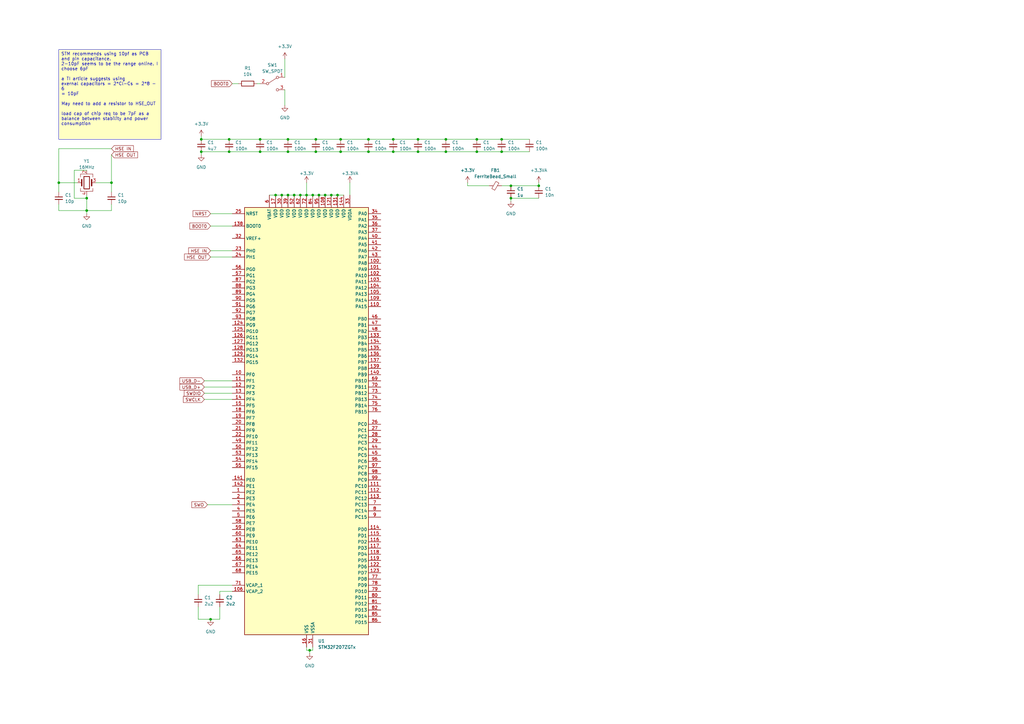
<source format=kicad_sch>
(kicad_sch (version 20230121) (generator eeschema)

  (uuid e9d5e660-4ea3-454c-8e8a-46a8435f2cc4)

  (paper "A3")

  (lib_symbols
    (symbol "Device:C_Small" (pin_numbers hide) (pin_names (offset 0.254) hide) (in_bom yes) (on_board yes)
      (property "Reference" "C" (at 0.254 1.778 0)
        (effects (font (size 1.27 1.27)) (justify left))
      )
      (property "Value" "C_Small" (at 0.254 -2.032 0)
        (effects (font (size 1.27 1.27)) (justify left))
      )
      (property "Footprint" "" (at 0 0 0)
        (effects (font (size 1.27 1.27)) hide)
      )
      (property "Datasheet" "~" (at 0 0 0)
        (effects (font (size 1.27 1.27)) hide)
      )
      (property "ki_keywords" "capacitor cap" (at 0 0 0)
        (effects (font (size 1.27 1.27)) hide)
      )
      (property "ki_description" "Unpolarized capacitor, small symbol" (at 0 0 0)
        (effects (font (size 1.27 1.27)) hide)
      )
      (property "ki_fp_filters" "C_*" (at 0 0 0)
        (effects (font (size 1.27 1.27)) hide)
      )
      (symbol "C_Small_0_1"
        (polyline
          (pts
            (xy -1.524 -0.508)
            (xy 1.524 -0.508)
          )
          (stroke (width 0.3302) (type default))
          (fill (type none))
        )
        (polyline
          (pts
            (xy -1.524 0.508)
            (xy 1.524 0.508)
          )
          (stroke (width 0.3048) (type default))
          (fill (type none))
        )
      )
      (symbol "C_Small_1_1"
        (pin passive line (at 0 2.54 270) (length 2.032)
          (name "~" (effects (font (size 1.27 1.27))))
          (number "1" (effects (font (size 1.27 1.27))))
        )
        (pin passive line (at 0 -2.54 90) (length 2.032)
          (name "~" (effects (font (size 1.27 1.27))))
          (number "2" (effects (font (size 1.27 1.27))))
        )
      )
    )
    (symbol "Device:Crystal_GND24" (pin_names (offset 1.016) hide) (in_bom yes) (on_board yes)
      (property "Reference" "Y" (at 3.175 5.08 0)
        (effects (font (size 1.27 1.27)) (justify left))
      )
      (property "Value" "Crystal_GND24" (at 3.175 3.175 0)
        (effects (font (size 1.27 1.27)) (justify left))
      )
      (property "Footprint" "" (at 0 0 0)
        (effects (font (size 1.27 1.27)) hide)
      )
      (property "Datasheet" "~" (at 0 0 0)
        (effects (font (size 1.27 1.27)) hide)
      )
      (property "ki_keywords" "quartz ceramic resonator oscillator" (at 0 0 0)
        (effects (font (size 1.27 1.27)) hide)
      )
      (property "ki_description" "Four pin crystal, GND on pins 2 and 4" (at 0 0 0)
        (effects (font (size 1.27 1.27)) hide)
      )
      (property "ki_fp_filters" "Crystal*" (at 0 0 0)
        (effects (font (size 1.27 1.27)) hide)
      )
      (symbol "Crystal_GND24_0_1"
        (rectangle (start -1.143 2.54) (end 1.143 -2.54)
          (stroke (width 0.3048) (type default))
          (fill (type none))
        )
        (polyline
          (pts
            (xy -2.54 0)
            (xy -2.032 0)
          )
          (stroke (width 0) (type default))
          (fill (type none))
        )
        (polyline
          (pts
            (xy -2.032 -1.27)
            (xy -2.032 1.27)
          )
          (stroke (width 0.508) (type default))
          (fill (type none))
        )
        (polyline
          (pts
            (xy 0 -3.81)
            (xy 0 -3.556)
          )
          (stroke (width 0) (type default))
          (fill (type none))
        )
        (polyline
          (pts
            (xy 0 3.556)
            (xy 0 3.81)
          )
          (stroke (width 0) (type default))
          (fill (type none))
        )
        (polyline
          (pts
            (xy 2.032 -1.27)
            (xy 2.032 1.27)
          )
          (stroke (width 0.508) (type default))
          (fill (type none))
        )
        (polyline
          (pts
            (xy 2.032 0)
            (xy 2.54 0)
          )
          (stroke (width 0) (type default))
          (fill (type none))
        )
        (polyline
          (pts
            (xy -2.54 -2.286)
            (xy -2.54 -3.556)
            (xy 2.54 -3.556)
            (xy 2.54 -2.286)
          )
          (stroke (width 0) (type default))
          (fill (type none))
        )
        (polyline
          (pts
            (xy -2.54 2.286)
            (xy -2.54 3.556)
            (xy 2.54 3.556)
            (xy 2.54 2.286)
          )
          (stroke (width 0) (type default))
          (fill (type none))
        )
      )
      (symbol "Crystal_GND24_1_1"
        (pin passive line (at -3.81 0 0) (length 1.27)
          (name "1" (effects (font (size 1.27 1.27))))
          (number "1" (effects (font (size 1.27 1.27))))
        )
        (pin passive line (at 0 5.08 270) (length 1.27)
          (name "2" (effects (font (size 1.27 1.27))))
          (number "2" (effects (font (size 1.27 1.27))))
        )
        (pin passive line (at 3.81 0 180) (length 1.27)
          (name "3" (effects (font (size 1.27 1.27))))
          (number "3" (effects (font (size 1.27 1.27))))
        )
        (pin passive line (at 0 -5.08 90) (length 1.27)
          (name "4" (effects (font (size 1.27 1.27))))
          (number "4" (effects (font (size 1.27 1.27))))
        )
      )
    )
    (symbol "Device:FerriteBead_Small" (pin_numbers hide) (pin_names (offset 0)) (in_bom yes) (on_board yes)
      (property "Reference" "FB" (at 1.905 1.27 0)
        (effects (font (size 1.27 1.27)) (justify left))
      )
      (property "Value" "FerriteBead_Small" (at 1.905 -1.27 0)
        (effects (font (size 1.27 1.27)) (justify left))
      )
      (property "Footprint" "" (at -1.778 0 90)
        (effects (font (size 1.27 1.27)) hide)
      )
      (property "Datasheet" "~" (at 0 0 0)
        (effects (font (size 1.27 1.27)) hide)
      )
      (property "ki_keywords" "L ferrite bead inductor filter" (at 0 0 0)
        (effects (font (size 1.27 1.27)) hide)
      )
      (property "ki_description" "Ferrite bead, small symbol" (at 0 0 0)
        (effects (font (size 1.27 1.27)) hide)
      )
      (property "ki_fp_filters" "Inductor_* L_* *Ferrite*" (at 0 0 0)
        (effects (font (size 1.27 1.27)) hide)
      )
      (symbol "FerriteBead_Small_0_1"
        (polyline
          (pts
            (xy 0 -1.27)
            (xy 0 -0.7874)
          )
          (stroke (width 0) (type default))
          (fill (type none))
        )
        (polyline
          (pts
            (xy 0 0.889)
            (xy 0 1.2954)
          )
          (stroke (width 0) (type default))
          (fill (type none))
        )
        (polyline
          (pts
            (xy -1.8288 0.2794)
            (xy -1.1176 1.4986)
            (xy 1.8288 -0.2032)
            (xy 1.1176 -1.4224)
            (xy -1.8288 0.2794)
          )
          (stroke (width 0) (type default))
          (fill (type none))
        )
      )
      (symbol "FerriteBead_Small_1_1"
        (pin passive line (at 0 2.54 270) (length 1.27)
          (name "~" (effects (font (size 1.27 1.27))))
          (number "1" (effects (font (size 1.27 1.27))))
        )
        (pin passive line (at 0 -2.54 90) (length 1.27)
          (name "~" (effects (font (size 1.27 1.27))))
          (number "2" (effects (font (size 1.27 1.27))))
        )
      )
    )
    (symbol "Device:R" (pin_numbers hide) (pin_names (offset 0)) (in_bom yes) (on_board yes)
      (property "Reference" "R" (at 2.032 0 90)
        (effects (font (size 1.27 1.27)))
      )
      (property "Value" "R" (at 0 0 90)
        (effects (font (size 1.27 1.27)))
      )
      (property "Footprint" "" (at -1.778 0 90)
        (effects (font (size 1.27 1.27)) hide)
      )
      (property "Datasheet" "~" (at 0 0 0)
        (effects (font (size 1.27 1.27)) hide)
      )
      (property "ki_keywords" "R res resistor" (at 0 0 0)
        (effects (font (size 1.27 1.27)) hide)
      )
      (property "ki_description" "Resistor" (at 0 0 0)
        (effects (font (size 1.27 1.27)) hide)
      )
      (property "ki_fp_filters" "R_*" (at 0 0 0)
        (effects (font (size 1.27 1.27)) hide)
      )
      (symbol "R_0_1"
        (rectangle (start -1.016 -2.54) (end 1.016 2.54)
          (stroke (width 0.254) (type default))
          (fill (type none))
        )
      )
      (symbol "R_1_1"
        (pin passive line (at 0 3.81 270) (length 1.27)
          (name "~" (effects (font (size 1.27 1.27))))
          (number "1" (effects (font (size 1.27 1.27))))
        )
        (pin passive line (at 0 -3.81 90) (length 1.27)
          (name "~" (effects (font (size 1.27 1.27))))
          (number "2" (effects (font (size 1.27 1.27))))
        )
      )
    )
    (symbol "MCU_ST_STM32F2:STM32F207ZGTx" (in_bom yes) (on_board yes)
      (property "Reference" "U" (at -25.4 90.17 0)
        (effects (font (size 1.27 1.27)) (justify left))
      )
      (property "Value" "STM32F207ZGTx" (at 20.32 90.17 0)
        (effects (font (size 1.27 1.27)) (justify left))
      )
      (property "Footprint" "Package_QFP:LQFP-144_20x20mm_P0.5mm" (at -25.4 -86.36 0)
        (effects (font (size 1.27 1.27)) (justify right) hide)
      )
      (property "Datasheet" "https://www.st.com/resource/en/datasheet/stm32f207zg.pdf" (at 0 0 0)
        (effects (font (size 1.27 1.27)) hide)
      )
      (property "ki_locked" "" (at 0 0 0)
        (effects (font (size 1.27 1.27)))
      )
      (property "ki_keywords" "Arm Cortex-M3 STM32F2 STM32F2x7" (at 0 0 0)
        (effects (font (size 1.27 1.27)) hide)
      )
      (property "ki_description" "STMicroelectronics Arm Cortex-M3 MCU, 1024KB flash, 128KB RAM, 120 MHz, 1.8-3.6V, 114 GPIO, LQFP144" (at 0 0 0)
        (effects (font (size 1.27 1.27)) hide)
      )
      (property "ki_fp_filters" "LQFP*20x20mm*P0.5mm*" (at 0 0 0)
        (effects (font (size 1.27 1.27)) hide)
      )
      (symbol "STM32F207ZGTx_0_1"
        (rectangle (start -25.4 -86.36) (end 25.4 88.9)
          (stroke (width 0.254) (type default))
          (fill (type background))
        )
      )
      (symbol "STM32F207ZGTx_1_1"
        (pin bidirectional line (at -30.48 -27.94 0) (length 5.08)
          (name "PE2" (effects (font (size 1.27 1.27))))
          (number "1" (effects (font (size 1.27 1.27))))
          (alternate "ETH_TXD3" bidirectional line)
          (alternate "FSMC_A23" bidirectional line)
          (alternate "SYS_TRACECLK" bidirectional line)
        )
        (pin bidirectional line (at -30.48 20.32 0) (length 5.08)
          (name "PF0" (effects (font (size 1.27 1.27))))
          (number "10" (effects (font (size 1.27 1.27))))
          (alternate "FSMC_A0" bidirectional line)
          (alternate "I2C2_SDA" bidirectional line)
        )
        (pin bidirectional line (at 30.48 66.04 180) (length 5.08)
          (name "PA8" (effects (font (size 1.27 1.27))))
          (number "100" (effects (font (size 1.27 1.27))))
          (alternate "I2C3_SCL" bidirectional line)
          (alternate "RCC_MCO_1" bidirectional line)
          (alternate "TIM1_CH1" bidirectional line)
          (alternate "USART1_CK" bidirectional line)
          (alternate "USB_OTG_FS_SOF" bidirectional line)
        )
        (pin bidirectional line (at 30.48 63.5 180) (length 5.08)
          (name "PA9" (effects (font (size 1.27 1.27))))
          (number "101" (effects (font (size 1.27 1.27))))
          (alternate "DAC_EXTI9" bidirectional line)
          (alternate "DCMI_D0" bidirectional line)
          (alternate "I2C3_SMBA" bidirectional line)
          (alternate "TIM1_CH2" bidirectional line)
          (alternate "USART1_TX" bidirectional line)
          (alternate "USB_OTG_FS_VBUS" bidirectional line)
        )
        (pin bidirectional line (at 30.48 60.96 180) (length 5.08)
          (name "PA10" (effects (font (size 1.27 1.27))))
          (number "102" (effects (font (size 1.27 1.27))))
          (alternate "DCMI_D1" bidirectional line)
          (alternate "TIM1_CH3" bidirectional line)
          (alternate "USART1_RX" bidirectional line)
          (alternate "USB_OTG_FS_ID" bidirectional line)
        )
        (pin bidirectional line (at 30.48 58.42 180) (length 5.08)
          (name "PA11" (effects (font (size 1.27 1.27))))
          (number "103" (effects (font (size 1.27 1.27))))
          (alternate "ADC1_EXTI11" bidirectional line)
          (alternate "ADC2_EXTI11" bidirectional line)
          (alternate "ADC3_EXTI11" bidirectional line)
          (alternate "CAN1_RX" bidirectional line)
          (alternate "TIM1_CH4" bidirectional line)
          (alternate "USART1_CTS" bidirectional line)
          (alternate "USB_OTG_FS_DM" bidirectional line)
        )
        (pin bidirectional line (at 30.48 55.88 180) (length 5.08)
          (name "PA12" (effects (font (size 1.27 1.27))))
          (number "104" (effects (font (size 1.27 1.27))))
          (alternate "CAN1_TX" bidirectional line)
          (alternate "TIM1_ETR" bidirectional line)
          (alternate "USART1_RTS" bidirectional line)
          (alternate "USB_OTG_FS_DP" bidirectional line)
        )
        (pin bidirectional line (at 30.48 53.34 180) (length 5.08)
          (name "PA13" (effects (font (size 1.27 1.27))))
          (number "105" (effects (font (size 1.27 1.27))))
          (alternate "SYS_JTMS-SWDIO" bidirectional line)
        )
        (pin power_out line (at -30.48 -68.58 0) (length 5.08)
          (name "VCAP_2" (effects (font (size 1.27 1.27))))
          (number "106" (effects (font (size 1.27 1.27))))
        )
        (pin passive line (at 0 -91.44 90) (length 5.08) hide
          (name "VSS" (effects (font (size 1.27 1.27))))
          (number "107" (effects (font (size 1.27 1.27))))
        )
        (pin power_in line (at 7.62 93.98 270) (length 5.08)
          (name "VDD" (effects (font (size 1.27 1.27))))
          (number "108" (effects (font (size 1.27 1.27))))
        )
        (pin bidirectional line (at 30.48 50.8 180) (length 5.08)
          (name "PA14" (effects (font (size 1.27 1.27))))
          (number "109" (effects (font (size 1.27 1.27))))
          (alternate "SYS_JTCK-SWCLK" bidirectional line)
        )
        (pin bidirectional line (at -30.48 17.78 0) (length 5.08)
          (name "PF1" (effects (font (size 1.27 1.27))))
          (number "11" (effects (font (size 1.27 1.27))))
          (alternate "FSMC_A1" bidirectional line)
          (alternate "I2C2_SCL" bidirectional line)
        )
        (pin bidirectional line (at 30.48 48.26 180) (length 5.08)
          (name "PA15" (effects (font (size 1.27 1.27))))
          (number "110" (effects (font (size 1.27 1.27))))
          (alternate "ADC1_EXTI15" bidirectional line)
          (alternate "ADC2_EXTI15" bidirectional line)
          (alternate "ADC3_EXTI15" bidirectional line)
          (alternate "I2S3_WS" bidirectional line)
          (alternate "SPI1_NSS" bidirectional line)
          (alternate "SPI3_NSS" bidirectional line)
          (alternate "SYS_JTDI" bidirectional line)
          (alternate "TIM2_CH1" bidirectional line)
          (alternate "TIM2_ETR" bidirectional line)
        )
        (pin bidirectional line (at 30.48 -25.4 180) (length 5.08)
          (name "PC10" (effects (font (size 1.27 1.27))))
          (number "111" (effects (font (size 1.27 1.27))))
          (alternate "DCMI_D8" bidirectional line)
          (alternate "I2S3_SCK" bidirectional line)
          (alternate "SDIO_D2" bidirectional line)
          (alternate "SPI3_SCK" bidirectional line)
          (alternate "UART4_TX" bidirectional line)
          (alternate "USART3_TX" bidirectional line)
        )
        (pin bidirectional line (at 30.48 -27.94 180) (length 5.08)
          (name "PC11" (effects (font (size 1.27 1.27))))
          (number "112" (effects (font (size 1.27 1.27))))
          (alternate "ADC1_EXTI11" bidirectional line)
          (alternate "ADC2_EXTI11" bidirectional line)
          (alternate "ADC3_EXTI11" bidirectional line)
          (alternate "DCMI_D4" bidirectional line)
          (alternate "SDIO_D3" bidirectional line)
          (alternate "SPI3_MISO" bidirectional line)
          (alternate "UART4_RX" bidirectional line)
          (alternate "USART3_RX" bidirectional line)
        )
        (pin bidirectional line (at 30.48 -30.48 180) (length 5.08)
          (name "PC12" (effects (font (size 1.27 1.27))))
          (number "113" (effects (font (size 1.27 1.27))))
          (alternate "DCMI_D9" bidirectional line)
          (alternate "I2S3_SD" bidirectional line)
          (alternate "SDIO_CK" bidirectional line)
          (alternate "SPI3_MOSI" bidirectional line)
          (alternate "UART5_TX" bidirectional line)
          (alternate "USART3_CK" bidirectional line)
        )
        (pin bidirectional line (at 30.48 -43.18 180) (length 5.08)
          (name "PD0" (effects (font (size 1.27 1.27))))
          (number "114" (effects (font (size 1.27 1.27))))
          (alternate "CAN1_RX" bidirectional line)
          (alternate "FSMC_D2" bidirectional line)
          (alternate "FSMC_DA2" bidirectional line)
        )
        (pin bidirectional line (at 30.48 -45.72 180) (length 5.08)
          (name "PD1" (effects (font (size 1.27 1.27))))
          (number "115" (effects (font (size 1.27 1.27))))
          (alternate "CAN1_TX" bidirectional line)
          (alternate "FSMC_D3" bidirectional line)
          (alternate "FSMC_DA3" bidirectional line)
        )
        (pin bidirectional line (at 30.48 -48.26 180) (length 5.08)
          (name "PD2" (effects (font (size 1.27 1.27))))
          (number "116" (effects (font (size 1.27 1.27))))
          (alternate "DCMI_D11" bidirectional line)
          (alternate "SDIO_CMD" bidirectional line)
          (alternate "TIM3_ETR" bidirectional line)
          (alternate "UART5_RX" bidirectional line)
        )
        (pin bidirectional line (at 30.48 -50.8 180) (length 5.08)
          (name "PD3" (effects (font (size 1.27 1.27))))
          (number "117" (effects (font (size 1.27 1.27))))
          (alternate "FSMC_CLK" bidirectional line)
          (alternate "USART2_CTS" bidirectional line)
        )
        (pin bidirectional line (at 30.48 -53.34 180) (length 5.08)
          (name "PD4" (effects (font (size 1.27 1.27))))
          (number "118" (effects (font (size 1.27 1.27))))
          (alternate "FSMC_NOE" bidirectional line)
          (alternate "USART2_RTS" bidirectional line)
        )
        (pin bidirectional line (at 30.48 -55.88 180) (length 5.08)
          (name "PD5" (effects (font (size 1.27 1.27))))
          (number "119" (effects (font (size 1.27 1.27))))
          (alternate "FSMC_NWE" bidirectional line)
          (alternate "USART2_TX" bidirectional line)
        )
        (pin bidirectional line (at -30.48 15.24 0) (length 5.08)
          (name "PF2" (effects (font (size 1.27 1.27))))
          (number "12" (effects (font (size 1.27 1.27))))
          (alternate "FSMC_A2" bidirectional line)
          (alternate "I2C2_SMBA" bidirectional line)
        )
        (pin passive line (at 0 -91.44 90) (length 5.08) hide
          (name "VSS" (effects (font (size 1.27 1.27))))
          (number "120" (effects (font (size 1.27 1.27))))
        )
        (pin power_in line (at 10.16 93.98 270) (length 5.08)
          (name "VDD" (effects (font (size 1.27 1.27))))
          (number "121" (effects (font (size 1.27 1.27))))
        )
        (pin bidirectional line (at 30.48 -58.42 180) (length 5.08)
          (name "PD6" (effects (font (size 1.27 1.27))))
          (number "122" (effects (font (size 1.27 1.27))))
          (alternate "FSMC_NWAIT" bidirectional line)
          (alternate "USART2_RX" bidirectional line)
        )
        (pin bidirectional line (at 30.48 -60.96 180) (length 5.08)
          (name "PD7" (effects (font (size 1.27 1.27))))
          (number "123" (effects (font (size 1.27 1.27))))
          (alternate "FSMC_NCE2" bidirectional line)
          (alternate "FSMC_NE1" bidirectional line)
          (alternate "USART2_CK" bidirectional line)
        )
        (pin bidirectional line (at -30.48 40.64 0) (length 5.08)
          (name "PG9" (effects (font (size 1.27 1.27))))
          (number "124" (effects (font (size 1.27 1.27))))
          (alternate "DAC_EXTI9" bidirectional line)
          (alternate "FSMC_NCE3" bidirectional line)
          (alternate "FSMC_NE2" bidirectional line)
          (alternate "USART6_RX" bidirectional line)
        )
        (pin bidirectional line (at -30.48 38.1 0) (length 5.08)
          (name "PG10" (effects (font (size 1.27 1.27))))
          (number "125" (effects (font (size 1.27 1.27))))
          (alternate "FSMC_NCE4_1" bidirectional line)
          (alternate "FSMC_NE3" bidirectional line)
        )
        (pin bidirectional line (at -30.48 35.56 0) (length 5.08)
          (name "PG11" (effects (font (size 1.27 1.27))))
          (number "126" (effects (font (size 1.27 1.27))))
          (alternate "ADC1_EXTI11" bidirectional line)
          (alternate "ADC2_EXTI11" bidirectional line)
          (alternate "ADC3_EXTI11" bidirectional line)
          (alternate "ETH_TX_EN" bidirectional line)
          (alternate "FSMC_NCE4_2" bidirectional line)
        )
        (pin bidirectional line (at -30.48 33.02 0) (length 5.08)
          (name "PG12" (effects (font (size 1.27 1.27))))
          (number "127" (effects (font (size 1.27 1.27))))
          (alternate "FSMC_NE4" bidirectional line)
          (alternate "USART6_RTS" bidirectional line)
        )
        (pin bidirectional line (at -30.48 30.48 0) (length 5.08)
          (name "PG13" (effects (font (size 1.27 1.27))))
          (number "128" (effects (font (size 1.27 1.27))))
          (alternate "ETH_TXD0" bidirectional line)
          (alternate "FSMC_A24" bidirectional line)
          (alternate "USART6_CTS" bidirectional line)
        )
        (pin bidirectional line (at -30.48 27.94 0) (length 5.08)
          (name "PG14" (effects (font (size 1.27 1.27))))
          (number "129" (effects (font (size 1.27 1.27))))
          (alternate "ETH_TXD1" bidirectional line)
          (alternate "FSMC_A25" bidirectional line)
          (alternate "USART6_TX" bidirectional line)
        )
        (pin bidirectional line (at -30.48 12.7 0) (length 5.08)
          (name "PF3" (effects (font (size 1.27 1.27))))
          (number "13" (effects (font (size 1.27 1.27))))
          (alternate "ADC3_IN9" bidirectional line)
          (alternate "FSMC_A3" bidirectional line)
        )
        (pin passive line (at 0 -91.44 90) (length 5.08) hide
          (name "VSS" (effects (font (size 1.27 1.27))))
          (number "130" (effects (font (size 1.27 1.27))))
        )
        (pin power_in line (at 12.7 93.98 270) (length 5.08)
          (name "VDD" (effects (font (size 1.27 1.27))))
          (number "131" (effects (font (size 1.27 1.27))))
        )
        (pin bidirectional line (at -30.48 25.4 0) (length 5.08)
          (name "PG15" (effects (font (size 1.27 1.27))))
          (number "132" (effects (font (size 1.27 1.27))))
          (alternate "ADC1_EXTI15" bidirectional line)
          (alternate "ADC2_EXTI15" bidirectional line)
          (alternate "ADC3_EXTI15" bidirectional line)
          (alternate "DCMI_D13" bidirectional line)
          (alternate "USART6_CTS" bidirectional line)
        )
        (pin bidirectional line (at 30.48 35.56 180) (length 5.08)
          (name "PB3" (effects (font (size 1.27 1.27))))
          (number "133" (effects (font (size 1.27 1.27))))
          (alternate "I2S3_SCK" bidirectional line)
          (alternate "SPI1_SCK" bidirectional line)
          (alternate "SPI3_SCK" bidirectional line)
          (alternate "SYS_JTDO-SWO" bidirectional line)
          (alternate "TIM2_CH2" bidirectional line)
        )
        (pin bidirectional line (at 30.48 33.02 180) (length 5.08)
          (name "PB4" (effects (font (size 1.27 1.27))))
          (number "134" (effects (font (size 1.27 1.27))))
          (alternate "SPI1_MISO" bidirectional line)
          (alternate "SPI3_MISO" bidirectional line)
          (alternate "SYS_JTRST" bidirectional line)
          (alternate "TIM3_CH1" bidirectional line)
        )
        (pin bidirectional line (at 30.48 30.48 180) (length 5.08)
          (name "PB5" (effects (font (size 1.27 1.27))))
          (number "135" (effects (font (size 1.27 1.27))))
          (alternate "CAN2_RX" bidirectional line)
          (alternate "DCMI_D10" bidirectional line)
          (alternate "ETH_PPS_OUT" bidirectional line)
          (alternate "I2C1_SMBA" bidirectional line)
          (alternate "I2S3_SD" bidirectional line)
          (alternate "SPI1_MOSI" bidirectional line)
          (alternate "SPI3_MOSI" bidirectional line)
          (alternate "TIM3_CH2" bidirectional line)
          (alternate "USB_OTG_HS_ULPI_D7" bidirectional line)
        )
        (pin bidirectional line (at 30.48 27.94 180) (length 5.08)
          (name "PB6" (effects (font (size 1.27 1.27))))
          (number "136" (effects (font (size 1.27 1.27))))
          (alternate "CAN2_TX" bidirectional line)
          (alternate "DCMI_D5" bidirectional line)
          (alternate "I2C1_SCL" bidirectional line)
          (alternate "TIM4_CH1" bidirectional line)
          (alternate "USART1_TX" bidirectional line)
        )
        (pin bidirectional line (at 30.48 25.4 180) (length 5.08)
          (name "PB7" (effects (font (size 1.27 1.27))))
          (number "137" (effects (font (size 1.27 1.27))))
          (alternate "DCMI_VSYNC" bidirectional line)
          (alternate "FSMC_NL" bidirectional line)
          (alternate "I2C1_SDA" bidirectional line)
          (alternate "TIM4_CH2" bidirectional line)
          (alternate "USART1_RX" bidirectional line)
        )
        (pin input line (at -30.48 81.28 0) (length 5.08)
          (name "BOOT0" (effects (font (size 1.27 1.27))))
          (number "138" (effects (font (size 1.27 1.27))))
        )
        (pin bidirectional line (at 30.48 22.86 180) (length 5.08)
          (name "PB8" (effects (font (size 1.27 1.27))))
          (number "139" (effects (font (size 1.27 1.27))))
          (alternate "CAN1_RX" bidirectional line)
          (alternate "DCMI_D6" bidirectional line)
          (alternate "ETH_TXD3" bidirectional line)
          (alternate "I2C1_SCL" bidirectional line)
          (alternate "SDIO_D4" bidirectional line)
          (alternate "TIM10_CH1" bidirectional line)
          (alternate "TIM4_CH3" bidirectional line)
        )
        (pin bidirectional line (at -30.48 10.16 0) (length 5.08)
          (name "PF4" (effects (font (size 1.27 1.27))))
          (number "14" (effects (font (size 1.27 1.27))))
          (alternate "ADC3_IN14" bidirectional line)
          (alternate "FSMC_A4" bidirectional line)
        )
        (pin bidirectional line (at 30.48 20.32 180) (length 5.08)
          (name "PB9" (effects (font (size 1.27 1.27))))
          (number "140" (effects (font (size 1.27 1.27))))
          (alternate "CAN1_TX" bidirectional line)
          (alternate "DAC_EXTI9" bidirectional line)
          (alternate "DCMI_D7" bidirectional line)
          (alternate "I2C1_SDA" bidirectional line)
          (alternate "I2S2_WS" bidirectional line)
          (alternate "SDIO_D5" bidirectional line)
          (alternate "SPI2_NSS" bidirectional line)
          (alternate "TIM11_CH1" bidirectional line)
          (alternate "TIM4_CH4" bidirectional line)
        )
        (pin bidirectional line (at -30.48 -22.86 0) (length 5.08)
          (name "PE0" (effects (font (size 1.27 1.27))))
          (number "141" (effects (font (size 1.27 1.27))))
          (alternate "DCMI_D2" bidirectional line)
          (alternate "FSMC_NBL0" bidirectional line)
          (alternate "TIM4_ETR" bidirectional line)
        )
        (pin bidirectional line (at -30.48 -25.4 0) (length 5.08)
          (name "PE1" (effects (font (size 1.27 1.27))))
          (number "142" (effects (font (size 1.27 1.27))))
          (alternate "DCMI_D3" bidirectional line)
          (alternate "FSMC_NBL1" bidirectional line)
        )
        (pin no_connect line (at -25.4 -86.36 0) (length 5.08) hide
          (name "RFU" (effects (font (size 1.27 1.27))))
          (number "143" (effects (font (size 1.27 1.27))))
        )
        (pin power_in line (at 15.24 93.98 270) (length 5.08)
          (name "VDD" (effects (font (size 1.27 1.27))))
          (number "144" (effects (font (size 1.27 1.27))))
        )
        (pin bidirectional line (at -30.48 7.62 0) (length 5.08)
          (name "PF5" (effects (font (size 1.27 1.27))))
          (number "15" (effects (font (size 1.27 1.27))))
          (alternate "ADC3_IN15" bidirectional line)
          (alternate "FSMC_A5" bidirectional line)
        )
        (pin power_in line (at 0 -91.44 90) (length 5.08)
          (name "VSS" (effects (font (size 1.27 1.27))))
          (number "16" (effects (font (size 1.27 1.27))))
        )
        (pin power_in line (at -12.7 93.98 270) (length 5.08)
          (name "VDD" (effects (font (size 1.27 1.27))))
          (number "17" (effects (font (size 1.27 1.27))))
        )
        (pin bidirectional line (at -30.48 5.08 0) (length 5.08)
          (name "PF6" (effects (font (size 1.27 1.27))))
          (number "18" (effects (font (size 1.27 1.27))))
          (alternate "ADC3_IN4" bidirectional line)
          (alternate "FSMC_NIORD" bidirectional line)
          (alternate "TIM10_CH1" bidirectional line)
        )
        (pin bidirectional line (at -30.48 2.54 0) (length 5.08)
          (name "PF7" (effects (font (size 1.27 1.27))))
          (number "19" (effects (font (size 1.27 1.27))))
          (alternate "ADC3_IN5" bidirectional line)
          (alternate "FSMC_NREG" bidirectional line)
          (alternate "TIM11_CH1" bidirectional line)
        )
        (pin bidirectional line (at -30.48 -30.48 0) (length 5.08)
          (name "PE3" (effects (font (size 1.27 1.27))))
          (number "2" (effects (font (size 1.27 1.27))))
          (alternate "FSMC_A19" bidirectional line)
          (alternate "SYS_TRACED0" bidirectional line)
        )
        (pin bidirectional line (at -30.48 0 0) (length 5.08)
          (name "PF8" (effects (font (size 1.27 1.27))))
          (number "20" (effects (font (size 1.27 1.27))))
          (alternate "ADC3_IN6" bidirectional line)
          (alternate "FSMC_NIOWR" bidirectional line)
          (alternate "TIM13_CH1" bidirectional line)
        )
        (pin bidirectional line (at -30.48 -2.54 0) (length 5.08)
          (name "PF9" (effects (font (size 1.27 1.27))))
          (number "21" (effects (font (size 1.27 1.27))))
          (alternate "ADC3_IN7" bidirectional line)
          (alternate "DAC_EXTI9" bidirectional line)
          (alternate "FSMC_CD" bidirectional line)
          (alternate "TIM14_CH1" bidirectional line)
        )
        (pin bidirectional line (at -30.48 -5.08 0) (length 5.08)
          (name "PF10" (effects (font (size 1.27 1.27))))
          (number "22" (effects (font (size 1.27 1.27))))
          (alternate "ADC3_IN8" bidirectional line)
          (alternate "FSMC_INTR" bidirectional line)
        )
        (pin bidirectional line (at -30.48 71.12 0) (length 5.08)
          (name "PH0" (effects (font (size 1.27 1.27))))
          (number "23" (effects (font (size 1.27 1.27))))
          (alternate "RCC_OSC_IN" bidirectional line)
        )
        (pin bidirectional line (at -30.48 68.58 0) (length 5.08)
          (name "PH1" (effects (font (size 1.27 1.27))))
          (number "24" (effects (font (size 1.27 1.27))))
          (alternate "RCC_OSC_OUT" bidirectional line)
        )
        (pin input line (at -30.48 86.36 0) (length 5.08)
          (name "NRST" (effects (font (size 1.27 1.27))))
          (number "25" (effects (font (size 1.27 1.27))))
        )
        (pin bidirectional line (at 30.48 0 180) (length 5.08)
          (name "PC0" (effects (font (size 1.27 1.27))))
          (number "26" (effects (font (size 1.27 1.27))))
          (alternate "ADC1_IN10" bidirectional line)
          (alternate "ADC2_IN10" bidirectional line)
          (alternate "ADC3_IN10" bidirectional line)
          (alternate "USB_OTG_HS_ULPI_STP" bidirectional line)
        )
        (pin bidirectional line (at 30.48 -2.54 180) (length 5.08)
          (name "PC1" (effects (font (size 1.27 1.27))))
          (number "27" (effects (font (size 1.27 1.27))))
          (alternate "ADC1_IN11" bidirectional line)
          (alternate "ADC2_IN11" bidirectional line)
          (alternate "ADC3_IN11" bidirectional line)
          (alternate "ETH_MDC" bidirectional line)
        )
        (pin bidirectional line (at 30.48 -5.08 180) (length 5.08)
          (name "PC2" (effects (font (size 1.27 1.27))))
          (number "28" (effects (font (size 1.27 1.27))))
          (alternate "ADC1_IN12" bidirectional line)
          (alternate "ADC2_IN12" bidirectional line)
          (alternate "ADC3_IN12" bidirectional line)
          (alternate "ETH_TXD2" bidirectional line)
          (alternate "SPI2_MISO" bidirectional line)
          (alternate "USB_OTG_HS_ULPI_DIR" bidirectional line)
        )
        (pin bidirectional line (at 30.48 -7.62 180) (length 5.08)
          (name "PC3" (effects (font (size 1.27 1.27))))
          (number "29" (effects (font (size 1.27 1.27))))
          (alternate "ADC1_IN13" bidirectional line)
          (alternate "ADC2_IN13" bidirectional line)
          (alternate "ADC3_IN13" bidirectional line)
          (alternate "ETH_TX_CLK" bidirectional line)
          (alternate "I2S2_SD" bidirectional line)
          (alternate "SPI2_MOSI" bidirectional line)
          (alternate "USB_OTG_HS_ULPI_NXT" bidirectional line)
        )
        (pin bidirectional line (at -30.48 -33.02 0) (length 5.08)
          (name "PE4" (effects (font (size 1.27 1.27))))
          (number "3" (effects (font (size 1.27 1.27))))
          (alternate "DCMI_D4" bidirectional line)
          (alternate "FSMC_A20" bidirectional line)
          (alternate "SYS_TRACED1" bidirectional line)
        )
        (pin power_in line (at -10.16 93.98 270) (length 5.08)
          (name "VDD" (effects (font (size 1.27 1.27))))
          (number "30" (effects (font (size 1.27 1.27))))
        )
        (pin power_in line (at 2.54 -91.44 90) (length 5.08)
          (name "VSSA" (effects (font (size 1.27 1.27))))
          (number "31" (effects (font (size 1.27 1.27))))
        )
        (pin input line (at -30.48 76.2 0) (length 5.08)
          (name "VREF+" (effects (font (size 1.27 1.27))))
          (number "32" (effects (font (size 1.27 1.27))))
        )
        (pin power_in line (at 17.78 93.98 270) (length 5.08)
          (name "VDDA" (effects (font (size 1.27 1.27))))
          (number "33" (effects (font (size 1.27 1.27))))
        )
        (pin bidirectional line (at 30.48 86.36 180) (length 5.08)
          (name "PA0" (effects (font (size 1.27 1.27))))
          (number "34" (effects (font (size 1.27 1.27))))
          (alternate "ADC1_IN0" bidirectional line)
          (alternate "ADC2_IN0" bidirectional line)
          (alternate "ADC3_IN0" bidirectional line)
          (alternate "ETH_CRS" bidirectional line)
          (alternate "SYS_WKUP" bidirectional line)
          (alternate "TIM2_CH1" bidirectional line)
          (alternate "TIM2_ETR" bidirectional line)
          (alternate "TIM5_CH1" bidirectional line)
          (alternate "TIM8_ETR" bidirectional line)
          (alternate "UART4_TX" bidirectional line)
          (alternate "USART2_CTS" bidirectional line)
        )
        (pin bidirectional line (at 30.48 83.82 180) (length 5.08)
          (name "PA1" (effects (font (size 1.27 1.27))))
          (number "35" (effects (font (size 1.27 1.27))))
          (alternate "ADC1_IN1" bidirectional line)
          (alternate "ADC2_IN1" bidirectional line)
          (alternate "ADC3_IN1" bidirectional line)
          (alternate "ETH_REF_CLK" bidirectional line)
          (alternate "ETH_RX_CLK" bidirectional line)
          (alternate "TIM2_CH2" bidirectional line)
          (alternate "TIM5_CH2" bidirectional line)
          (alternate "UART4_RX" bidirectional line)
          (alternate "USART2_RTS" bidirectional line)
        )
        (pin bidirectional line (at 30.48 81.28 180) (length 5.08)
          (name "PA2" (effects (font (size 1.27 1.27))))
          (number "36" (effects (font (size 1.27 1.27))))
          (alternate "ADC1_IN2" bidirectional line)
          (alternate "ADC2_IN2" bidirectional line)
          (alternate "ADC3_IN2" bidirectional line)
          (alternate "ETH_MDIO" bidirectional line)
          (alternate "TIM2_CH3" bidirectional line)
          (alternate "TIM5_CH3" bidirectional line)
          (alternate "TIM9_CH1" bidirectional line)
          (alternate "USART2_TX" bidirectional line)
        )
        (pin bidirectional line (at 30.48 78.74 180) (length 5.08)
          (name "PA3" (effects (font (size 1.27 1.27))))
          (number "37" (effects (font (size 1.27 1.27))))
          (alternate "ADC1_IN3" bidirectional line)
          (alternate "ADC2_IN3" bidirectional line)
          (alternate "ADC3_IN3" bidirectional line)
          (alternate "ETH_COL" bidirectional line)
          (alternate "TIM2_CH4" bidirectional line)
          (alternate "TIM5_CH4" bidirectional line)
          (alternate "TIM9_CH2" bidirectional line)
          (alternate "USART2_RX" bidirectional line)
          (alternate "USB_OTG_HS_ULPI_D0" bidirectional line)
        )
        (pin passive line (at 0 -91.44 90) (length 5.08) hide
          (name "VSS" (effects (font (size 1.27 1.27))))
          (number "38" (effects (font (size 1.27 1.27))))
        )
        (pin power_in line (at -7.62 93.98 270) (length 5.08)
          (name "VDD" (effects (font (size 1.27 1.27))))
          (number "39" (effects (font (size 1.27 1.27))))
        )
        (pin bidirectional line (at -30.48 -35.56 0) (length 5.08)
          (name "PE5" (effects (font (size 1.27 1.27))))
          (number "4" (effects (font (size 1.27 1.27))))
          (alternate "DCMI_D6" bidirectional line)
          (alternate "FSMC_A21" bidirectional line)
          (alternate "SYS_TRACED2" bidirectional line)
          (alternate "TIM9_CH1" bidirectional line)
        )
        (pin bidirectional line (at 30.48 76.2 180) (length 5.08)
          (name "PA4" (effects (font (size 1.27 1.27))))
          (number "40" (effects (font (size 1.27 1.27))))
          (alternate "ADC1_IN4" bidirectional line)
          (alternate "ADC2_IN4" bidirectional line)
          (alternate "DAC_OUT1" bidirectional line)
          (alternate "DCMI_HSYNC" bidirectional line)
          (alternate "I2S3_WS" bidirectional line)
          (alternate "SPI1_NSS" bidirectional line)
          (alternate "SPI3_NSS" bidirectional line)
          (alternate "USART2_CK" bidirectional line)
          (alternate "USB_OTG_HS_SOF" bidirectional line)
        )
        (pin bidirectional line (at 30.48 73.66 180) (length 5.08)
          (name "PA5" (effects (font (size 1.27 1.27))))
          (number "41" (effects (font (size 1.27 1.27))))
          (alternate "ADC1_IN5" bidirectional line)
          (alternate "ADC2_IN5" bidirectional line)
          (alternate "DAC_OUT2" bidirectional line)
          (alternate "SPI1_SCK" bidirectional line)
          (alternate "TIM2_CH1" bidirectional line)
          (alternate "TIM2_ETR" bidirectional line)
          (alternate "TIM8_CH1N" bidirectional line)
          (alternate "USB_OTG_HS_ULPI_CK" bidirectional line)
        )
        (pin bidirectional line (at 30.48 71.12 180) (length 5.08)
          (name "PA6" (effects (font (size 1.27 1.27))))
          (number "42" (effects (font (size 1.27 1.27))))
          (alternate "ADC1_IN6" bidirectional line)
          (alternate "ADC2_IN6" bidirectional line)
          (alternate "DCMI_PIXCLK" bidirectional line)
          (alternate "SPI1_MISO" bidirectional line)
          (alternate "TIM13_CH1" bidirectional line)
          (alternate "TIM1_BKIN" bidirectional line)
          (alternate "TIM3_CH1" bidirectional line)
          (alternate "TIM8_BKIN" bidirectional line)
        )
        (pin bidirectional line (at 30.48 68.58 180) (length 5.08)
          (name "PA7" (effects (font (size 1.27 1.27))))
          (number "43" (effects (font (size 1.27 1.27))))
          (alternate "ADC1_IN7" bidirectional line)
          (alternate "ADC2_IN7" bidirectional line)
          (alternate "ETH_CRS_DV" bidirectional line)
          (alternate "ETH_RX_DV" bidirectional line)
          (alternate "SPI1_MOSI" bidirectional line)
          (alternate "TIM14_CH1" bidirectional line)
          (alternate "TIM1_CH1N" bidirectional line)
          (alternate "TIM3_CH2" bidirectional line)
          (alternate "TIM8_CH1N" bidirectional line)
        )
        (pin bidirectional line (at 30.48 -10.16 180) (length 5.08)
          (name "PC4" (effects (font (size 1.27 1.27))))
          (number "44" (effects (font (size 1.27 1.27))))
          (alternate "ADC1_IN14" bidirectional line)
          (alternate "ADC2_IN14" bidirectional line)
          (alternate "ETH_RXD0" bidirectional line)
        )
        (pin bidirectional line (at 30.48 -12.7 180) (length 5.08)
          (name "PC5" (effects (font (size 1.27 1.27))))
          (number "45" (effects (font (size 1.27 1.27))))
          (alternate "ADC1_IN15" bidirectional line)
          (alternate "ADC2_IN15" bidirectional line)
          (alternate "ETH_RXD1" bidirectional line)
        )
        (pin bidirectional line (at 30.48 43.18 180) (length 5.08)
          (name "PB0" (effects (font (size 1.27 1.27))))
          (number "46" (effects (font (size 1.27 1.27))))
          (alternate "ADC1_IN8" bidirectional line)
          (alternate "ADC2_IN8" bidirectional line)
          (alternate "ETH_RXD2" bidirectional line)
          (alternate "TIM1_CH2N" bidirectional line)
          (alternate "TIM3_CH3" bidirectional line)
          (alternate "TIM8_CH2N" bidirectional line)
          (alternate "USB_OTG_HS_ULPI_D1" bidirectional line)
        )
        (pin bidirectional line (at 30.48 40.64 180) (length 5.08)
          (name "PB1" (effects (font (size 1.27 1.27))))
          (number "47" (effects (font (size 1.27 1.27))))
          (alternate "ADC1_IN9" bidirectional line)
          (alternate "ADC2_IN9" bidirectional line)
          (alternate "ETH_RXD3" bidirectional line)
          (alternate "TIM1_CH3N" bidirectional line)
          (alternate "TIM3_CH4" bidirectional line)
          (alternate "TIM8_CH3N" bidirectional line)
          (alternate "USB_OTG_HS_ULPI_D2" bidirectional line)
        )
        (pin bidirectional line (at 30.48 38.1 180) (length 5.08)
          (name "PB2" (effects (font (size 1.27 1.27))))
          (number "48" (effects (font (size 1.27 1.27))))
        )
        (pin bidirectional line (at -30.48 -7.62 0) (length 5.08)
          (name "PF11" (effects (font (size 1.27 1.27))))
          (number "49" (effects (font (size 1.27 1.27))))
          (alternate "ADC1_EXTI11" bidirectional line)
          (alternate "ADC2_EXTI11" bidirectional line)
          (alternate "ADC3_EXTI11" bidirectional line)
          (alternate "DCMI_D12" bidirectional line)
        )
        (pin bidirectional line (at -30.48 -38.1 0) (length 5.08)
          (name "PE6" (effects (font (size 1.27 1.27))))
          (number "5" (effects (font (size 1.27 1.27))))
          (alternate "DCMI_D7" bidirectional line)
          (alternate "FSMC_A22" bidirectional line)
          (alternate "SYS_TRACED3" bidirectional line)
          (alternate "TIM9_CH2" bidirectional line)
        )
        (pin bidirectional line (at -30.48 -10.16 0) (length 5.08)
          (name "PF12" (effects (font (size 1.27 1.27))))
          (number "50" (effects (font (size 1.27 1.27))))
          (alternate "FSMC_A6" bidirectional line)
        )
        (pin passive line (at 0 -91.44 90) (length 5.08) hide
          (name "VSS" (effects (font (size 1.27 1.27))))
          (number "51" (effects (font (size 1.27 1.27))))
        )
        (pin power_in line (at -5.08 93.98 270) (length 5.08)
          (name "VDD" (effects (font (size 1.27 1.27))))
          (number "52" (effects (font (size 1.27 1.27))))
        )
        (pin bidirectional line (at -30.48 -12.7 0) (length 5.08)
          (name "PF13" (effects (font (size 1.27 1.27))))
          (number "53" (effects (font (size 1.27 1.27))))
          (alternate "FSMC_A7" bidirectional line)
        )
        (pin bidirectional line (at -30.48 -15.24 0) (length 5.08)
          (name "PF14" (effects (font (size 1.27 1.27))))
          (number "54" (effects (font (size 1.27 1.27))))
          (alternate "FSMC_A8" bidirectional line)
        )
        (pin bidirectional line (at -30.48 -17.78 0) (length 5.08)
          (name "PF15" (effects (font (size 1.27 1.27))))
          (number "55" (effects (font (size 1.27 1.27))))
          (alternate "ADC1_EXTI15" bidirectional line)
          (alternate "ADC2_EXTI15" bidirectional line)
          (alternate "ADC3_EXTI15" bidirectional line)
          (alternate "FSMC_A9" bidirectional line)
        )
        (pin bidirectional line (at -30.48 63.5 0) (length 5.08)
          (name "PG0" (effects (font (size 1.27 1.27))))
          (number "56" (effects (font (size 1.27 1.27))))
          (alternate "FSMC_A10" bidirectional line)
        )
        (pin bidirectional line (at -30.48 60.96 0) (length 5.08)
          (name "PG1" (effects (font (size 1.27 1.27))))
          (number "57" (effects (font (size 1.27 1.27))))
          (alternate "FSMC_A11" bidirectional line)
        )
        (pin bidirectional line (at -30.48 -40.64 0) (length 5.08)
          (name "PE7" (effects (font (size 1.27 1.27))))
          (number "58" (effects (font (size 1.27 1.27))))
          (alternate "FSMC_D4" bidirectional line)
          (alternate "FSMC_DA4" bidirectional line)
          (alternate "TIM1_ETR" bidirectional line)
        )
        (pin bidirectional line (at -30.48 -43.18 0) (length 5.08)
          (name "PE8" (effects (font (size 1.27 1.27))))
          (number "59" (effects (font (size 1.27 1.27))))
          (alternate "FSMC_D5" bidirectional line)
          (alternate "FSMC_DA5" bidirectional line)
          (alternate "TIM1_CH1N" bidirectional line)
        )
        (pin power_in line (at -15.24 93.98 270) (length 5.08)
          (name "VBAT" (effects (font (size 1.27 1.27))))
          (number "6" (effects (font (size 1.27 1.27))))
        )
        (pin bidirectional line (at -30.48 -45.72 0) (length 5.08)
          (name "PE9" (effects (font (size 1.27 1.27))))
          (number "60" (effects (font (size 1.27 1.27))))
          (alternate "DAC_EXTI9" bidirectional line)
          (alternate "FSMC_D6" bidirectional line)
          (alternate "FSMC_DA6" bidirectional line)
          (alternate "TIM1_CH1" bidirectional line)
        )
        (pin passive line (at 0 -91.44 90) (length 5.08) hide
          (name "VSS" (effects (font (size 1.27 1.27))))
          (number "61" (effects (font (size 1.27 1.27))))
        )
        (pin power_in line (at -2.54 93.98 270) (length 5.08)
          (name "VDD" (effects (font (size 1.27 1.27))))
          (number "62" (effects (font (size 1.27 1.27))))
        )
        (pin bidirectional line (at -30.48 -48.26 0) (length 5.08)
          (name "PE10" (effects (font (size 1.27 1.27))))
          (number "63" (effects (font (size 1.27 1.27))))
          (alternate "FSMC_D7" bidirectional line)
          (alternate "FSMC_DA7" bidirectional line)
          (alternate "TIM1_CH2N" bidirectional line)
        )
        (pin bidirectional line (at -30.48 -50.8 0) (length 5.08)
          (name "PE11" (effects (font (size 1.27 1.27))))
          (number "64" (effects (font (size 1.27 1.27))))
          (alternate "ADC1_EXTI11" bidirectional line)
          (alternate "ADC2_EXTI11" bidirectional line)
          (alternate "ADC3_EXTI11" bidirectional line)
          (alternate "FSMC_D8" bidirectional line)
          (alternate "FSMC_DA8" bidirectional line)
          (alternate "TIM1_CH2" bidirectional line)
        )
        (pin bidirectional line (at -30.48 -53.34 0) (length 5.08)
          (name "PE12" (effects (font (size 1.27 1.27))))
          (number "65" (effects (font (size 1.27 1.27))))
          (alternate "FSMC_D9" bidirectional line)
          (alternate "FSMC_DA9" bidirectional line)
          (alternate "TIM1_CH3N" bidirectional line)
        )
        (pin bidirectional line (at -30.48 -55.88 0) (length 5.08)
          (name "PE13" (effects (font (size 1.27 1.27))))
          (number "66" (effects (font (size 1.27 1.27))))
          (alternate "FSMC_D10" bidirectional line)
          (alternate "FSMC_DA10" bidirectional line)
          (alternate "TIM1_CH3" bidirectional line)
        )
        (pin bidirectional line (at -30.48 -58.42 0) (length 5.08)
          (name "PE14" (effects (font (size 1.27 1.27))))
          (number "67" (effects (font (size 1.27 1.27))))
          (alternate "FSMC_D11" bidirectional line)
          (alternate "FSMC_DA11" bidirectional line)
          (alternate "TIM1_CH4" bidirectional line)
        )
        (pin bidirectional line (at -30.48 -60.96 0) (length 5.08)
          (name "PE15" (effects (font (size 1.27 1.27))))
          (number "68" (effects (font (size 1.27 1.27))))
          (alternate "ADC1_EXTI15" bidirectional line)
          (alternate "ADC2_EXTI15" bidirectional line)
          (alternate "ADC3_EXTI15" bidirectional line)
          (alternate "FSMC_D12" bidirectional line)
          (alternate "FSMC_DA12" bidirectional line)
          (alternate "TIM1_BKIN" bidirectional line)
        )
        (pin bidirectional line (at 30.48 17.78 180) (length 5.08)
          (name "PB10" (effects (font (size 1.27 1.27))))
          (number "69" (effects (font (size 1.27 1.27))))
          (alternate "ETH_RX_ER" bidirectional line)
          (alternate "I2C2_SCL" bidirectional line)
          (alternate "I2S2_SCK" bidirectional line)
          (alternate "SPI2_SCK" bidirectional line)
          (alternate "TIM2_CH3" bidirectional line)
          (alternate "USART3_TX" bidirectional line)
          (alternate "USB_OTG_HS_ULPI_D3" bidirectional line)
        )
        (pin bidirectional line (at 30.48 -33.02 180) (length 5.08)
          (name "PC13" (effects (font (size 1.27 1.27))))
          (number "7" (effects (font (size 1.27 1.27))))
          (alternate "RTC_AF1" bidirectional line)
        )
        (pin bidirectional line (at 30.48 15.24 180) (length 5.08)
          (name "PB11" (effects (font (size 1.27 1.27))))
          (number "70" (effects (font (size 1.27 1.27))))
          (alternate "ADC1_EXTI11" bidirectional line)
          (alternate "ADC2_EXTI11" bidirectional line)
          (alternate "ADC3_EXTI11" bidirectional line)
          (alternate "ETH_TX_EN" bidirectional line)
          (alternate "I2C2_SDA" bidirectional line)
          (alternate "TIM2_CH4" bidirectional line)
          (alternate "USART3_RX" bidirectional line)
          (alternate "USB_OTG_HS_ULPI_D4" bidirectional line)
        )
        (pin power_out line (at -30.48 -66.04 0) (length 5.08)
          (name "VCAP_1" (effects (font (size 1.27 1.27))))
          (number "71" (effects (font (size 1.27 1.27))))
        )
        (pin power_in line (at 0 93.98 270) (length 5.08)
          (name "VDD" (effects (font (size 1.27 1.27))))
          (number "72" (effects (font (size 1.27 1.27))))
        )
        (pin bidirectional line (at 30.48 12.7 180) (length 5.08)
          (name "PB12" (effects (font (size 1.27 1.27))))
          (number "73" (effects (font (size 1.27 1.27))))
          (alternate "CAN2_RX" bidirectional line)
          (alternate "ETH_TXD0" bidirectional line)
          (alternate "I2C2_SMBA" bidirectional line)
          (alternate "I2S2_WS" bidirectional line)
          (alternate "SPI2_NSS" bidirectional line)
          (alternate "TIM1_BKIN" bidirectional line)
          (alternate "USART3_CK" bidirectional line)
          (alternate "USB_OTG_HS_ID" bidirectional line)
          (alternate "USB_OTG_HS_ULPI_D5" bidirectional line)
        )
        (pin bidirectional line (at 30.48 10.16 180) (length 5.08)
          (name "PB13" (effects (font (size 1.27 1.27))))
          (number "74" (effects (font (size 1.27 1.27))))
          (alternate "CAN2_TX" bidirectional line)
          (alternate "ETH_TXD1" bidirectional line)
          (alternate "I2S2_SCK" bidirectional line)
          (alternate "SPI2_SCK" bidirectional line)
          (alternate "TIM1_CH1N" bidirectional line)
          (alternate "USART3_CTS" bidirectional line)
          (alternate "USB_OTG_HS_ULPI_D6" bidirectional line)
          (alternate "USB_OTG_HS_VBUS" bidirectional line)
        )
        (pin bidirectional line (at 30.48 7.62 180) (length 5.08)
          (name "PB14" (effects (font (size 1.27 1.27))))
          (number "75" (effects (font (size 1.27 1.27))))
          (alternate "SPI2_MISO" bidirectional line)
          (alternate "TIM12_CH1" bidirectional line)
          (alternate "TIM1_CH2N" bidirectional line)
          (alternate "TIM8_CH2N" bidirectional line)
          (alternate "USART3_RTS" bidirectional line)
          (alternate "USB_OTG_HS_DM" bidirectional line)
        )
        (pin bidirectional line (at 30.48 5.08 180) (length 5.08)
          (name "PB15" (effects (font (size 1.27 1.27))))
          (number "76" (effects (font (size 1.27 1.27))))
          (alternate "ADC1_EXTI15" bidirectional line)
          (alternate "ADC2_EXTI15" bidirectional line)
          (alternate "ADC3_EXTI15" bidirectional line)
          (alternate "I2S2_SD" bidirectional line)
          (alternate "RTC_REFIN" bidirectional line)
          (alternate "SPI2_MOSI" bidirectional line)
          (alternate "TIM12_CH2" bidirectional line)
          (alternate "TIM1_CH3N" bidirectional line)
          (alternate "TIM8_CH3N" bidirectional line)
          (alternate "USB_OTG_HS_DP" bidirectional line)
        )
        (pin bidirectional line (at 30.48 -63.5 180) (length 5.08)
          (name "PD8" (effects (font (size 1.27 1.27))))
          (number "77" (effects (font (size 1.27 1.27))))
          (alternate "FSMC_D13" bidirectional line)
          (alternate "FSMC_DA13" bidirectional line)
          (alternate "USART3_TX" bidirectional line)
        )
        (pin bidirectional line (at 30.48 -66.04 180) (length 5.08)
          (name "PD9" (effects (font (size 1.27 1.27))))
          (number "78" (effects (font (size 1.27 1.27))))
          (alternate "DAC_EXTI9" bidirectional line)
          (alternate "FSMC_D14" bidirectional line)
          (alternate "FSMC_DA14" bidirectional line)
          (alternate "USART3_RX" bidirectional line)
        )
        (pin bidirectional line (at 30.48 -68.58 180) (length 5.08)
          (name "PD10" (effects (font (size 1.27 1.27))))
          (number "79" (effects (font (size 1.27 1.27))))
          (alternate "FSMC_D15" bidirectional line)
          (alternate "FSMC_DA15" bidirectional line)
          (alternate "USART3_CK" bidirectional line)
        )
        (pin bidirectional line (at 30.48 -35.56 180) (length 5.08)
          (name "PC14" (effects (font (size 1.27 1.27))))
          (number "8" (effects (font (size 1.27 1.27))))
          (alternate "RCC_OSC32_IN" bidirectional line)
        )
        (pin bidirectional line (at 30.48 -71.12 180) (length 5.08)
          (name "PD11" (effects (font (size 1.27 1.27))))
          (number "80" (effects (font (size 1.27 1.27))))
          (alternate "ADC1_EXTI11" bidirectional line)
          (alternate "ADC2_EXTI11" bidirectional line)
          (alternate "ADC3_EXTI11" bidirectional line)
          (alternate "FSMC_A16" bidirectional line)
          (alternate "FSMC_CLE" bidirectional line)
          (alternate "USART3_CTS" bidirectional line)
        )
        (pin bidirectional line (at 30.48 -73.66 180) (length 5.08)
          (name "PD12" (effects (font (size 1.27 1.27))))
          (number "81" (effects (font (size 1.27 1.27))))
          (alternate "FSMC_A17" bidirectional line)
          (alternate "FSMC_ALE" bidirectional line)
          (alternate "TIM4_CH1" bidirectional line)
          (alternate "USART3_RTS" bidirectional line)
        )
        (pin bidirectional line (at 30.48 -76.2 180) (length 5.08)
          (name "PD13" (effects (font (size 1.27 1.27))))
          (number "82" (effects (font (size 1.27 1.27))))
          (alternate "FSMC_A18" bidirectional line)
          (alternate "TIM4_CH2" bidirectional line)
        )
        (pin passive line (at 0 -91.44 90) (length 5.08) hide
          (name "VSS" (effects (font (size 1.27 1.27))))
          (number "83" (effects (font (size 1.27 1.27))))
        )
        (pin power_in line (at 2.54 93.98 270) (length 5.08)
          (name "VDD" (effects (font (size 1.27 1.27))))
          (number "84" (effects (font (size 1.27 1.27))))
        )
        (pin bidirectional line (at 30.48 -78.74 180) (length 5.08)
          (name "PD14" (effects (font (size 1.27 1.27))))
          (number "85" (effects (font (size 1.27 1.27))))
          (alternate "FSMC_D0" bidirectional line)
          (alternate "FSMC_DA0" bidirectional line)
          (alternate "TIM4_CH3" bidirectional line)
        )
        (pin bidirectional line (at 30.48 -81.28 180) (length 5.08)
          (name "PD15" (effects (font (size 1.27 1.27))))
          (number "86" (effects (font (size 1.27 1.27))))
          (alternate "ADC1_EXTI15" bidirectional line)
          (alternate "ADC2_EXTI15" bidirectional line)
          (alternate "ADC3_EXTI15" bidirectional line)
          (alternate "FSMC_D1" bidirectional line)
          (alternate "FSMC_DA1" bidirectional line)
          (alternate "TIM4_CH4" bidirectional line)
        )
        (pin bidirectional line (at -30.48 58.42 0) (length 5.08)
          (name "PG2" (effects (font (size 1.27 1.27))))
          (number "87" (effects (font (size 1.27 1.27))))
          (alternate "FSMC_A12" bidirectional line)
        )
        (pin bidirectional line (at -30.48 55.88 0) (length 5.08)
          (name "PG3" (effects (font (size 1.27 1.27))))
          (number "88" (effects (font (size 1.27 1.27))))
          (alternate "FSMC_A13" bidirectional line)
        )
        (pin bidirectional line (at -30.48 53.34 0) (length 5.08)
          (name "PG4" (effects (font (size 1.27 1.27))))
          (number "89" (effects (font (size 1.27 1.27))))
          (alternate "FSMC_A14" bidirectional line)
        )
        (pin bidirectional line (at 30.48 -38.1 180) (length 5.08)
          (name "PC15" (effects (font (size 1.27 1.27))))
          (number "9" (effects (font (size 1.27 1.27))))
          (alternate "ADC1_EXTI15" bidirectional line)
          (alternate "ADC2_EXTI15" bidirectional line)
          (alternate "ADC3_EXTI15" bidirectional line)
          (alternate "RCC_OSC32_OUT" bidirectional line)
        )
        (pin bidirectional line (at -30.48 50.8 0) (length 5.08)
          (name "PG5" (effects (font (size 1.27 1.27))))
          (number "90" (effects (font (size 1.27 1.27))))
          (alternate "FSMC_A15" bidirectional line)
        )
        (pin bidirectional line (at -30.48 48.26 0) (length 5.08)
          (name "PG6" (effects (font (size 1.27 1.27))))
          (number "91" (effects (font (size 1.27 1.27))))
          (alternate "FSMC_INT2" bidirectional line)
        )
        (pin bidirectional line (at -30.48 45.72 0) (length 5.08)
          (name "PG7" (effects (font (size 1.27 1.27))))
          (number "92" (effects (font (size 1.27 1.27))))
          (alternate "FSMC_INT3" bidirectional line)
          (alternate "USART6_CK" bidirectional line)
        )
        (pin bidirectional line (at -30.48 43.18 0) (length 5.08)
          (name "PG8" (effects (font (size 1.27 1.27))))
          (number "93" (effects (font (size 1.27 1.27))))
          (alternate "ETH_PPS_OUT" bidirectional line)
          (alternate "USART6_RTS" bidirectional line)
        )
        (pin passive line (at 0 -91.44 90) (length 5.08) hide
          (name "VSS" (effects (font (size 1.27 1.27))))
          (number "94" (effects (font (size 1.27 1.27))))
        )
        (pin power_in line (at 5.08 93.98 270) (length 5.08)
          (name "VDD" (effects (font (size 1.27 1.27))))
          (number "95" (effects (font (size 1.27 1.27))))
        )
        (pin bidirectional line (at 30.48 -15.24 180) (length 5.08)
          (name "PC6" (effects (font (size 1.27 1.27))))
          (number "96" (effects (font (size 1.27 1.27))))
          (alternate "DCMI_D0" bidirectional line)
          (alternate "I2S2_MCK" bidirectional line)
          (alternate "SDIO_D6" bidirectional line)
          (alternate "TIM3_CH1" bidirectional line)
          (alternate "TIM8_CH1" bidirectional line)
          (alternate "USART6_TX" bidirectional line)
        )
        (pin bidirectional line (at 30.48 -17.78 180) (length 5.08)
          (name "PC7" (effects (font (size 1.27 1.27))))
          (number "97" (effects (font (size 1.27 1.27))))
          (alternate "DCMI_D1" bidirectional line)
          (alternate "I2S3_MCK" bidirectional line)
          (alternate "SDIO_D7" bidirectional line)
          (alternate "TIM3_CH2" bidirectional line)
          (alternate "TIM8_CH2" bidirectional line)
          (alternate "USART6_RX" bidirectional line)
        )
        (pin bidirectional line (at 30.48 -20.32 180) (length 5.08)
          (name "PC8" (effects (font (size 1.27 1.27))))
          (number "98" (effects (font (size 1.27 1.27))))
          (alternate "DCMI_D2" bidirectional line)
          (alternate "SDIO_D0" bidirectional line)
          (alternate "TIM3_CH3" bidirectional line)
          (alternate "TIM8_CH3" bidirectional line)
          (alternate "USART6_CK" bidirectional line)
        )
        (pin bidirectional line (at 30.48 -22.86 180) (length 5.08)
          (name "PC9" (effects (font (size 1.27 1.27))))
          (number "99" (effects (font (size 1.27 1.27))))
          (alternate "DAC_EXTI9" bidirectional line)
          (alternate "DCMI_D3" bidirectional line)
          (alternate "I2C3_SDA" bidirectional line)
          (alternate "I2S_CKIN" bidirectional line)
          (alternate "RCC_MCO_2" bidirectional line)
          (alternate "SDIO_D1" bidirectional line)
          (alternate "TIM3_CH4" bidirectional line)
          (alternate "TIM8_CH4" bidirectional line)
        )
      )
    )
    (symbol "Switch:SW_SPDT" (pin_names (offset 0) hide) (in_bom yes) (on_board yes)
      (property "Reference" "SW" (at 0 4.318 0)
        (effects (font (size 1.27 1.27)))
      )
      (property "Value" "SW_SPDT" (at 0 -5.08 0)
        (effects (font (size 1.27 1.27)))
      )
      (property "Footprint" "" (at 0 0 0)
        (effects (font (size 1.27 1.27)) hide)
      )
      (property "Datasheet" "~" (at 0 0 0)
        (effects (font (size 1.27 1.27)) hide)
      )
      (property "ki_keywords" "switch single-pole double-throw spdt ON-ON" (at 0 0 0)
        (effects (font (size 1.27 1.27)) hide)
      )
      (property "ki_description" "Switch, single pole double throw" (at 0 0 0)
        (effects (font (size 1.27 1.27)) hide)
      )
      (symbol "SW_SPDT_0_0"
        (circle (center -2.032 0) (radius 0.508)
          (stroke (width 0) (type default))
          (fill (type none))
        )
        (circle (center 2.032 -2.54) (radius 0.508)
          (stroke (width 0) (type default))
          (fill (type none))
        )
      )
      (symbol "SW_SPDT_0_1"
        (polyline
          (pts
            (xy -1.524 0.254)
            (xy 1.651 2.286)
          )
          (stroke (width 0) (type default))
          (fill (type none))
        )
        (circle (center 2.032 2.54) (radius 0.508)
          (stroke (width 0) (type default))
          (fill (type none))
        )
      )
      (symbol "SW_SPDT_1_1"
        (pin passive line (at 5.08 2.54 180) (length 2.54)
          (name "A" (effects (font (size 1.27 1.27))))
          (number "1" (effects (font (size 1.27 1.27))))
        )
        (pin passive line (at -5.08 0 0) (length 2.54)
          (name "B" (effects (font (size 1.27 1.27))))
          (number "2" (effects (font (size 1.27 1.27))))
        )
        (pin passive line (at 5.08 -2.54 180) (length 2.54)
          (name "C" (effects (font (size 1.27 1.27))))
          (number "3" (effects (font (size 1.27 1.27))))
        )
      )
    )
    (symbol "power:+3.3V" (power) (pin_names (offset 0)) (in_bom yes) (on_board yes)
      (property "Reference" "#PWR" (at 0 -3.81 0)
        (effects (font (size 1.27 1.27)) hide)
      )
      (property "Value" "+3.3V" (at 0 3.556 0)
        (effects (font (size 1.27 1.27)))
      )
      (property "Footprint" "" (at 0 0 0)
        (effects (font (size 1.27 1.27)) hide)
      )
      (property "Datasheet" "" (at 0 0 0)
        (effects (font (size 1.27 1.27)) hide)
      )
      (property "ki_keywords" "global power" (at 0 0 0)
        (effects (font (size 1.27 1.27)) hide)
      )
      (property "ki_description" "Power symbol creates a global label with name \"+3.3V\"" (at 0 0 0)
        (effects (font (size 1.27 1.27)) hide)
      )
      (symbol "+3.3V_0_1"
        (polyline
          (pts
            (xy -0.762 1.27)
            (xy 0 2.54)
          )
          (stroke (width 0) (type default))
          (fill (type none))
        )
        (polyline
          (pts
            (xy 0 0)
            (xy 0 2.54)
          )
          (stroke (width 0) (type default))
          (fill (type none))
        )
        (polyline
          (pts
            (xy 0 2.54)
            (xy 0.762 1.27)
          )
          (stroke (width 0) (type default))
          (fill (type none))
        )
      )
      (symbol "+3.3V_1_1"
        (pin power_in line (at 0 0 90) (length 0) hide
          (name "+3.3V" (effects (font (size 1.27 1.27))))
          (number "1" (effects (font (size 1.27 1.27))))
        )
      )
    )
    (symbol "power:+3.3VA" (power) (pin_names (offset 0)) (in_bom yes) (on_board yes)
      (property "Reference" "#PWR" (at 0 -3.81 0)
        (effects (font (size 1.27 1.27)) hide)
      )
      (property "Value" "+3.3VA" (at 0 3.556 0)
        (effects (font (size 1.27 1.27)))
      )
      (property "Footprint" "" (at 0 0 0)
        (effects (font (size 1.27 1.27)) hide)
      )
      (property "Datasheet" "" (at 0 0 0)
        (effects (font (size 1.27 1.27)) hide)
      )
      (property "ki_keywords" "global power" (at 0 0 0)
        (effects (font (size 1.27 1.27)) hide)
      )
      (property "ki_description" "Power symbol creates a global label with name \"+3.3VA\"" (at 0 0 0)
        (effects (font (size 1.27 1.27)) hide)
      )
      (symbol "+3.3VA_0_1"
        (polyline
          (pts
            (xy -0.762 1.27)
            (xy 0 2.54)
          )
          (stroke (width 0) (type default))
          (fill (type none))
        )
        (polyline
          (pts
            (xy 0 0)
            (xy 0 2.54)
          )
          (stroke (width 0) (type default))
          (fill (type none))
        )
        (polyline
          (pts
            (xy 0 2.54)
            (xy 0.762 1.27)
          )
          (stroke (width 0) (type default))
          (fill (type none))
        )
      )
      (symbol "+3.3VA_1_1"
        (pin power_in line (at 0 0 90) (length 0) hide
          (name "+3.3VA" (effects (font (size 1.27 1.27))))
          (number "1" (effects (font (size 1.27 1.27))))
        )
      )
    )
    (symbol "power:GND" (power) (pin_names (offset 0)) (in_bom yes) (on_board yes)
      (property "Reference" "#PWR" (at 0 -6.35 0)
        (effects (font (size 1.27 1.27)) hide)
      )
      (property "Value" "GND" (at 0 -3.81 0)
        (effects (font (size 1.27 1.27)))
      )
      (property "Footprint" "" (at 0 0 0)
        (effects (font (size 1.27 1.27)) hide)
      )
      (property "Datasheet" "" (at 0 0 0)
        (effects (font (size 1.27 1.27)) hide)
      )
      (property "ki_keywords" "global power" (at 0 0 0)
        (effects (font (size 1.27 1.27)) hide)
      )
      (property "ki_description" "Power symbol creates a global label with name \"GND\" , ground" (at 0 0 0)
        (effects (font (size 1.27 1.27)) hide)
      )
      (symbol "GND_0_1"
        (polyline
          (pts
            (xy 0 0)
            (xy 0 -1.27)
            (xy 1.27 -1.27)
            (xy 0 -2.54)
            (xy -1.27 -1.27)
            (xy 0 -1.27)
          )
          (stroke (width 0) (type default))
          (fill (type none))
        )
      )
      (symbol "GND_1_1"
        (pin power_in line (at 0 0 270) (length 0) hide
          (name "GND" (effects (font (size 1.27 1.27))))
          (number "1" (effects (font (size 1.27 1.27))))
        )
      )
    )
  )

  (junction (at 209.55 76.2) (diameter 0) (color 0 0 0 0)
    (uuid 087fa02e-ea32-4cea-8e13-eda35df36033)
  )
  (junction (at 125.73 80.01) (diameter 0) (color 0 0 0 0)
    (uuid 124cfc82-0ae1-4eab-a066-3cb48276c769)
  )
  (junction (at 113.03 80.01) (diameter 0) (color 0 0 0 0)
    (uuid 19ba45e1-b881-4abb-a546-dbb20ed0ed0e)
  )
  (junction (at 35.56 86.36) (diameter 0) (color 0 0 0 0)
    (uuid 2159cbfd-f486-4969-9a19-aa9898a2be10)
  )
  (junction (at 220.98 76.2) (diameter 0) (color 0 0 0 0)
    (uuid 33a068c8-f383-4f6f-a3b3-5c28690e9a96)
  )
  (junction (at 118.11 57.15) (diameter 0) (color 0 0 0 0)
    (uuid 512c15b5-bce5-4a61-be90-3a7329a345d2)
  )
  (junction (at 135.89 80.01) (diameter 0) (color 0 0 0 0)
    (uuid 54d2a69e-b43b-4df3-a5f5-621e2da8a797)
  )
  (junction (at 82.55 62.23) (diameter 0) (color 0 0 0 0)
    (uuid 5aa4ab1f-7637-41aa-a701-2c614fbd40e9)
  )
  (junction (at 195.58 62.23) (diameter 0) (color 0 0 0 0)
    (uuid 5d5db961-9d84-4f21-8447-58d9a1bdc771)
  )
  (junction (at 209.55 81.28) (diameter 0) (color 0 0 0 0)
    (uuid 5f7b1f7b-f286-4d0a-ad9c-b67ac1eb2c0a)
  )
  (junction (at 182.88 62.23) (diameter 0) (color 0 0 0 0)
    (uuid 650732bc-8dc5-4be3-b5d8-5f25a5573535)
  )
  (junction (at 123.19 80.01) (diameter 0) (color 0 0 0 0)
    (uuid 65e54a13-8487-4cc7-84ff-a58090c579a0)
  )
  (junction (at 129.54 62.23) (diameter 0) (color 0 0 0 0)
    (uuid 71ddc8b2-c287-41e2-bcff-e7bdfe98e074)
  )
  (junction (at 118.11 80.01) (diameter 0) (color 0 0 0 0)
    (uuid 743b747d-b334-4990-ad8e-379a81d392a8)
  )
  (junction (at 127 266.7) (diameter 0) (color 0 0 0 0)
    (uuid 750e466f-f1bc-49dc-9504-62492fc9bfb2)
  )
  (junction (at 93.98 57.15) (diameter 0) (color 0 0 0 0)
    (uuid 76a5457d-60a2-4144-96cd-f547f227dc0a)
  )
  (junction (at 129.54 57.15) (diameter 0) (color 0 0 0 0)
    (uuid 8410fce9-1618-4862-8f14-04f327350b3c)
  )
  (junction (at 120.65 80.01) (diameter 0) (color 0 0 0 0)
    (uuid 8698c860-ac5c-4401-9503-567ad9fd38f5)
  )
  (junction (at 128.27 80.01) (diameter 0) (color 0 0 0 0)
    (uuid 873f690b-d303-4785-8792-0e957b71ef92)
  )
  (junction (at 195.58 57.15) (diameter 0) (color 0 0 0 0)
    (uuid 898b6a19-92b5-4cb1-a87d-7fee2b8f1879)
  )
  (junction (at 82.55 57.15) (diameter 0) (color 0 0 0 0)
    (uuid 8e0d4757-2403-40e6-a427-53bf2df796f6)
  )
  (junction (at 205.74 62.23) (diameter 0) (color 0 0 0 0)
    (uuid 93daac7b-f334-4dad-a25d-d0b8ef318605)
  )
  (junction (at 171.45 62.23) (diameter 0) (color 0 0 0 0)
    (uuid 9cf73714-e190-467b-bd75-c49f4244351a)
  )
  (junction (at 24.13 74.93) (diameter 0) (color 0 0 0 0)
    (uuid 9d50c16c-4d9d-4f92-81eb-0a1c9d561bc9)
  )
  (junction (at 133.35 80.01) (diameter 0) (color 0 0 0 0)
    (uuid a1ba58f4-b1d5-4fd0-987c-067a5c84520c)
  )
  (junction (at 118.11 62.23) (diameter 0) (color 0 0 0 0)
    (uuid ac9f8782-6e2d-42ca-85ef-021ad74dba10)
  )
  (junction (at 171.45 57.15) (diameter 0) (color 0 0 0 0)
    (uuid b3b42850-7c41-4258-a54b-bda83e59b56b)
  )
  (junction (at 106.68 62.23) (diameter 0) (color 0 0 0 0)
    (uuid b55db539-283a-4741-90f2-371592e55ec3)
  )
  (junction (at 151.13 57.15) (diameter 0) (color 0 0 0 0)
    (uuid b9abba4d-4090-488c-ab15-c790fea6d83e)
  )
  (junction (at 86.36 254) (diameter 0) (color 0 0 0 0)
    (uuid b9fcf19d-80f1-4dae-9ffd-3a6aee49d141)
  )
  (junction (at 93.98 62.23) (diameter 0) (color 0 0 0 0)
    (uuid bdee236f-c576-4df2-9258-fa7eb865503d)
  )
  (junction (at 151.13 62.23) (diameter 0) (color 0 0 0 0)
    (uuid c7ea621b-15b2-4784-99c2-ad30554b5269)
  )
  (junction (at 139.7 62.23) (diameter 0) (color 0 0 0 0)
    (uuid cbfe0e82-3c40-4e1d-9a58-5be63b414662)
  )
  (junction (at 139.7 57.15) (diameter 0) (color 0 0 0 0)
    (uuid d11c7e8a-dc50-4ba4-97c2-bd30df624a30)
  )
  (junction (at 161.29 57.15) (diameter 0) (color 0 0 0 0)
    (uuid d1692207-2deb-42a7-8449-ab9bc6888bc3)
  )
  (junction (at 115.57 80.01) (diameter 0) (color 0 0 0 0)
    (uuid d345ce94-b5b9-43d0-88dc-964c705d3935)
  )
  (junction (at 130.81 80.01) (diameter 0) (color 0 0 0 0)
    (uuid d5e4d482-b6db-4b09-8d31-72f5c6cff228)
  )
  (junction (at 138.43 80.01) (diameter 0) (color 0 0 0 0)
    (uuid d7de6de6-6839-4574-82b5-7620b74eef09)
  )
  (junction (at 35.56 81.28) (diameter 0) (color 0 0 0 0)
    (uuid dc24f294-90c2-4b7f-989e-a5e0ddc1de3f)
  )
  (junction (at 182.88 57.15) (diameter 0) (color 0 0 0 0)
    (uuid dea129a0-fc94-4121-b04e-16e0952e30d4)
  )
  (junction (at 161.29 62.23) (diameter 0) (color 0 0 0 0)
    (uuid e1f4abb4-67f8-4564-beaa-c89ca937226c)
  )
  (junction (at 205.74 57.15) (diameter 0) (color 0 0 0 0)
    (uuid e204e6a8-3fc0-4706-8c84-91b41c959ffa)
  )
  (junction (at 106.68 57.15) (diameter 0) (color 0 0 0 0)
    (uuid ec225b6a-ac66-4937-a3a8-651ed8e9692f)
  )
  (junction (at 45.72 74.93) (diameter 0) (color 0 0 0 0)
    (uuid f1007fe7-140a-44fa-9927-aa1e60fa3e34)
  )

  (wire (pts (xy 95.25 240.03) (xy 81.28 240.03))
    (stroke (width 0) (type default))
    (uuid 0118520b-d14d-4ebd-9b41-8da3069ec320)
  )
  (wire (pts (xy 45.72 63.5) (xy 45.72 74.93))
    (stroke (width 0) (type default))
    (uuid 04a682b1-89c7-47ac-90ca-088eedf57ad9)
  )
  (wire (pts (xy 139.7 62.23) (xy 151.13 62.23))
    (stroke (width 0) (type default))
    (uuid 0aeababf-c963-43f8-9806-8adb219da014)
  )
  (wire (pts (xy 205.74 57.15) (xy 217.17 57.15))
    (stroke (width 0) (type default))
    (uuid 0b4440fe-5b4a-4a1a-83ae-d00132e7cb41)
  )
  (wire (pts (xy 130.81 80.01) (xy 133.35 80.01))
    (stroke (width 0) (type default))
    (uuid 0c600597-8f60-47a4-90e4-3ae0bfe6bc88)
  )
  (wire (pts (xy 35.56 80.01) (xy 35.56 81.28))
    (stroke (width 0) (type default))
    (uuid 0f5b8232-83b7-4c6c-8582-e67f5e44a47a)
  )
  (wire (pts (xy 127 266.7) (xy 128.27 266.7))
    (stroke (width 0) (type default))
    (uuid 1158602f-641c-4e28-a4da-9088ebc21972)
  )
  (wire (pts (xy 110.49 80.01) (xy 113.03 80.01))
    (stroke (width 0) (type default))
    (uuid 11d28ed6-ced5-404c-bdad-13734d704469)
  )
  (wire (pts (xy 139.7 57.15) (xy 151.13 57.15))
    (stroke (width 0) (type default))
    (uuid 158ede9f-a91c-4dbd-9bd1-55bc2632ae1e)
  )
  (wire (pts (xy 105.41 34.29) (xy 106.68 34.29))
    (stroke (width 0) (type default))
    (uuid 1892dea5-bdef-4e82-aaac-b5dcb61e4c5d)
  )
  (wire (pts (xy 85.09 207.01) (xy 95.25 207.01))
    (stroke (width 0) (type default))
    (uuid 19d348e5-e0ad-402a-bf60-dc5c5b4e9e90)
  )
  (wire (pts (xy 24.13 74.93) (xy 31.75 74.93))
    (stroke (width 0) (type default))
    (uuid 1b47d9d9-88c6-435c-9332-9a2d8869d6b7)
  )
  (wire (pts (xy 24.13 60.96) (xy 24.13 74.93))
    (stroke (width 0) (type default))
    (uuid 1fefeac7-e34f-4cb0-bd5e-29028b5cdb05)
  )
  (wire (pts (xy 151.13 62.23) (xy 161.29 62.23))
    (stroke (width 0) (type default))
    (uuid 21b35954-c5a7-46e1-8800-978f39834ac9)
  )
  (wire (pts (xy 118.11 57.15) (xy 129.54 57.15))
    (stroke (width 0) (type default))
    (uuid 25b819d6-908c-4c3e-bf36-65928d85590a)
  )
  (wire (pts (xy 90.17 242.57) (xy 90.17 243.84))
    (stroke (width 0) (type default))
    (uuid 25be931a-91ae-46a8-84b1-06036515700c)
  )
  (wire (pts (xy 113.03 80.01) (xy 115.57 80.01))
    (stroke (width 0) (type default))
    (uuid 26bc2062-35a0-407d-a4d9-6dbaf2f97473)
  )
  (wire (pts (xy 93.98 62.23) (xy 106.68 62.23))
    (stroke (width 0) (type default))
    (uuid 293aeb87-bea5-4067-ae3a-abc1e74a944a)
  )
  (wire (pts (xy 118.11 80.01) (xy 120.65 80.01))
    (stroke (width 0) (type default))
    (uuid 2b1145e5-381d-401c-ad85-f4c0175634b3)
  )
  (wire (pts (xy 138.43 80.01) (xy 140.97 80.01))
    (stroke (width 0) (type default))
    (uuid 2d2e0007-a587-4396-b3d8-5d7b1c285663)
  )
  (wire (pts (xy 35.56 81.28) (xy 35.56 86.36))
    (stroke (width 0) (type default))
    (uuid 2d60151d-f7d3-4b0f-aaff-0f3cbb5a06e9)
  )
  (wire (pts (xy 209.55 76.2) (xy 220.98 76.2))
    (stroke (width 0) (type default))
    (uuid 2e4c07cd-8229-4ab8-96a0-a803db051682)
  )
  (wire (pts (xy 191.77 74.93) (xy 191.77 76.2))
    (stroke (width 0) (type default))
    (uuid 3142c1e2-2940-4521-8993-a18c3ed0934f)
  )
  (wire (pts (xy 127 267.97) (xy 127 266.7))
    (stroke (width 0) (type default))
    (uuid 39cfd7f2-df37-4c1d-9ae6-7fffdf1003fd)
  )
  (wire (pts (xy 116.84 36.83) (xy 116.84 43.18))
    (stroke (width 0) (type default))
    (uuid 3af078a7-fc80-47cc-8dc9-50cb3526f6a5)
  )
  (wire (pts (xy 82.55 62.23) (xy 82.55 63.5))
    (stroke (width 0) (type default))
    (uuid 3d89f748-ac42-40c0-90ce-9743445b9ff7)
  )
  (wire (pts (xy 45.72 74.93) (xy 45.72 78.74))
    (stroke (width 0) (type default))
    (uuid 3dc2f2b8-ffa2-43af-8a70-54293605ea90)
  )
  (wire (pts (xy 182.88 62.23) (xy 195.58 62.23))
    (stroke (width 0) (type default))
    (uuid 4b52cd3d-99d7-43ed-9ce6-e4846359b13c)
  )
  (wire (pts (xy 86.36 87.63) (xy 95.25 87.63))
    (stroke (width 0) (type default))
    (uuid 4be225e5-b020-44d0-9e56-957595cd196d)
  )
  (wire (pts (xy 161.29 62.23) (xy 171.45 62.23))
    (stroke (width 0) (type default))
    (uuid 4c466b55-d981-44ea-af89-b92aaa9fd48a)
  )
  (wire (pts (xy 81.28 254) (xy 86.36 254))
    (stroke (width 0) (type default))
    (uuid 4d0306a6-8a8e-4591-8470-249bdc4dbf19)
  )
  (wire (pts (xy 83.82 163.83) (xy 95.25 163.83))
    (stroke (width 0) (type default))
    (uuid 4e5e434f-267e-4422-b347-264b7795c17e)
  )
  (wire (pts (xy 128.27 80.01) (xy 130.81 80.01))
    (stroke (width 0) (type default))
    (uuid 4fda78c4-b4eb-4e56-b1ab-7decf2b78164)
  )
  (wire (pts (xy 209.55 81.28) (xy 209.55 82.55))
    (stroke (width 0) (type default))
    (uuid 58b744e5-fa1e-4d76-ba5b-ca2cb362205b)
  )
  (wire (pts (xy 24.13 78.74) (xy 24.13 74.93))
    (stroke (width 0) (type default))
    (uuid 58dc1f1a-6da4-4bf9-bc5b-52aac044eaca)
  )
  (wire (pts (xy 205.74 76.2) (xy 209.55 76.2))
    (stroke (width 0) (type default))
    (uuid 5be938eb-e759-4ce7-ad8a-2afdfb05b16c)
  )
  (wire (pts (xy 143.51 74.93) (xy 143.51 80.01))
    (stroke (width 0) (type default))
    (uuid 5c4be620-f0b4-4a66-80b8-12c9eb2ffd4f)
  )
  (wire (pts (xy 45.72 60.96) (xy 24.13 60.96))
    (stroke (width 0) (type default))
    (uuid 5cf64315-2602-41c7-a6e6-a7c714aab3dc)
  )
  (wire (pts (xy 35.56 86.36) (xy 35.56 87.63))
    (stroke (width 0) (type default))
    (uuid 5ea30a3b-9f50-423d-a523-178ae6a03871)
  )
  (wire (pts (xy 106.68 57.15) (xy 118.11 57.15))
    (stroke (width 0) (type default))
    (uuid 628f68c1-2cdf-40c6-a6d5-ef339218c85d)
  )
  (wire (pts (xy 120.65 80.01) (xy 123.19 80.01))
    (stroke (width 0) (type default))
    (uuid 63425372-df9f-46e0-9ca6-6b292d2772cc)
  )
  (wire (pts (xy 125.73 74.93) (xy 125.73 80.01))
    (stroke (width 0) (type default))
    (uuid 6ceea4b6-6124-4f6f-b7b0-f32dbd90dd8d)
  )
  (wire (pts (xy 133.35 80.01) (xy 135.89 80.01))
    (stroke (width 0) (type default))
    (uuid 6e7783a5-8673-4279-af63-b372f216578b)
  )
  (wire (pts (xy 115.57 80.01) (xy 118.11 80.01))
    (stroke (width 0) (type default))
    (uuid 747e6ba9-e740-4813-857e-929f20d1e133)
  )
  (wire (pts (xy 118.11 62.23) (xy 129.54 62.23))
    (stroke (width 0) (type default))
    (uuid 75719bad-a3bd-4952-9cdf-c87452936ab4)
  )
  (wire (pts (xy 86.36 92.71) (xy 95.25 92.71))
    (stroke (width 0) (type default))
    (uuid 7bb8da44-b9d0-43c1-a5d4-d46c34771911)
  )
  (wire (pts (xy 81.28 248.92) (xy 81.28 254))
    (stroke (width 0) (type default))
    (uuid 7c827072-51bb-491f-a5dd-4f585b4d1d64)
  )
  (wire (pts (xy 195.58 62.23) (xy 205.74 62.23))
    (stroke (width 0) (type default))
    (uuid 7eedf6a9-d4b0-4c14-acb6-9a62d999ebbc)
  )
  (wire (pts (xy 24.13 86.36) (xy 35.56 86.36))
    (stroke (width 0) (type default))
    (uuid 80e3ccd1-0dae-45e6-86ea-2fa59acbdb92)
  )
  (wire (pts (xy 45.72 86.36) (xy 35.56 86.36))
    (stroke (width 0) (type default))
    (uuid 81a21f28-734a-4f1e-b6a5-5a0897338411)
  )
  (wire (pts (xy 86.36 102.87) (xy 95.25 102.87))
    (stroke (width 0) (type default))
    (uuid 81aa83ad-cbb2-41ed-bcf3-fff8e2db36c4)
  )
  (wire (pts (xy 171.45 57.15) (xy 182.88 57.15))
    (stroke (width 0) (type default))
    (uuid 86a94d86-a15c-4a25-9dab-f32cb3c55749)
  )
  (wire (pts (xy 171.45 62.23) (xy 182.88 62.23))
    (stroke (width 0) (type default))
    (uuid 870843f0-a8c7-4bd7-9f8d-ecb07de7ab23)
  )
  (wire (pts (xy 191.77 76.2) (xy 200.66 76.2))
    (stroke (width 0) (type default))
    (uuid 89299845-270e-4ccc-8fa8-af12a3eb6969)
  )
  (wire (pts (xy 125.73 80.01) (xy 128.27 80.01))
    (stroke (width 0) (type default))
    (uuid 8fae26dc-6842-40a6-a1bc-0bcb29ead42d)
  )
  (wire (pts (xy 90.17 248.92) (xy 90.17 254))
    (stroke (width 0) (type default))
    (uuid 8fcf92ab-5a1c-4a5d-80df-0709bc52b27f)
  )
  (wire (pts (xy 209.55 81.28) (xy 220.98 81.28))
    (stroke (width 0) (type default))
    (uuid 9534144b-acbe-44fd-9eb8-0578db15b82c)
  )
  (wire (pts (xy 95.25 34.29) (xy 97.79 34.29))
    (stroke (width 0) (type default))
    (uuid 9915c301-8095-4d05-9f4f-b179ef43a72c)
  )
  (wire (pts (xy 135.89 80.01) (xy 138.43 80.01))
    (stroke (width 0) (type default))
    (uuid 9ca1efb0-570e-4cf9-bac0-94e6b1601413)
  )
  (wire (pts (xy 83.82 158.75) (xy 95.25 158.75))
    (stroke (width 0) (type default))
    (uuid a0abd4f2-e404-4835-a685-379e3629b60b)
  )
  (wire (pts (xy 125.73 266.7) (xy 127 266.7))
    (stroke (width 0) (type default))
    (uuid a0e76803-7259-49e6-8e8f-88717f0b4590)
  )
  (wire (pts (xy 123.19 80.01) (xy 125.73 80.01))
    (stroke (width 0) (type default))
    (uuid a25250a0-3705-4315-88e1-4a7ebc23ff23)
  )
  (wire (pts (xy 128.27 265.43) (xy 128.27 266.7))
    (stroke (width 0) (type default))
    (uuid a8959067-2df3-4212-8455-4bf9186e8b25)
  )
  (wire (pts (xy 81.28 240.03) (xy 81.28 243.84))
    (stroke (width 0) (type default))
    (uuid aa7807e2-84c8-4c61-85ba-dfae299c226a)
  )
  (wire (pts (xy 39.37 74.93) (xy 45.72 74.93))
    (stroke (width 0) (type default))
    (uuid ac66e85a-ba94-40b6-a285-a8389d782949)
  )
  (wire (pts (xy 95.25 242.57) (xy 90.17 242.57))
    (stroke (width 0) (type default))
    (uuid b115fd84-c7a6-418f-8b3e-9b7d26049c19)
  )
  (wire (pts (xy 82.55 55.88) (xy 82.55 57.15))
    (stroke (width 0) (type default))
    (uuid b1957acb-9c2a-42e7-947d-1178791a2211)
  )
  (wire (pts (xy 24.13 83.82) (xy 24.13 86.36))
    (stroke (width 0) (type default))
    (uuid b1e18df6-de63-4a57-a2cb-8c80a08fcc6f)
  )
  (wire (pts (xy 151.13 57.15) (xy 161.29 57.15))
    (stroke (width 0) (type default))
    (uuid bb22971e-511b-4bb1-8535-01437d0be94e)
  )
  (wire (pts (xy 35.56 69.85) (xy 30.48 69.85))
    (stroke (width 0) (type default))
    (uuid c39b1626-684c-40e9-88da-cb13f9104b93)
  )
  (wire (pts (xy 220.98 74.93) (xy 220.98 76.2))
    (stroke (width 0) (type default))
    (uuid c57c72d7-8e8f-4e42-80b6-570a2298fdd6)
  )
  (wire (pts (xy 83.82 161.29) (xy 95.25 161.29))
    (stroke (width 0) (type default))
    (uuid cb38dda0-11f0-4b00-9502-3d54e50c6375)
  )
  (wire (pts (xy 86.36 254) (xy 90.17 254))
    (stroke (width 0) (type default))
    (uuid cbe3c42e-2b3b-483f-93a7-ff7bad93e831)
  )
  (wire (pts (xy 30.48 81.28) (xy 35.56 81.28))
    (stroke (width 0) (type default))
    (uuid cda3cd35-0aaa-478d-866f-d0e94902fcdb)
  )
  (wire (pts (xy 125.73 265.43) (xy 125.73 266.7))
    (stroke (width 0) (type default))
    (uuid d6961d1d-5fcf-4f2a-a1a2-ea32d6951a63)
  )
  (wire (pts (xy 82.55 62.23) (xy 93.98 62.23))
    (stroke (width 0) (type default))
    (uuid dc0d956e-8902-4ae5-851b-5b261b946549)
  )
  (wire (pts (xy 129.54 57.15) (xy 139.7 57.15))
    (stroke (width 0) (type default))
    (uuid ddb56703-b57c-4706-a3c2-5ec52af1d3cc)
  )
  (wire (pts (xy 86.36 105.41) (xy 95.25 105.41))
    (stroke (width 0) (type default))
    (uuid de081079-7863-4dd4-9ed3-f42c8a13ed89)
  )
  (wire (pts (xy 205.74 62.23) (xy 217.17 62.23))
    (stroke (width 0) (type default))
    (uuid df8e66ee-6874-4625-9dd4-66735dbc226a)
  )
  (wire (pts (xy 106.68 62.23) (xy 118.11 62.23))
    (stroke (width 0) (type default))
    (uuid e13b066e-d61e-4559-a36c-1ea9a8927dba)
  )
  (wire (pts (xy 83.82 156.21) (xy 95.25 156.21))
    (stroke (width 0) (type default))
    (uuid e4fe0f96-6dff-4e4e-9601-d52d96cae630)
  )
  (wire (pts (xy 30.48 69.85) (xy 30.48 81.28))
    (stroke (width 0) (type default))
    (uuid e5b013e9-3488-4ad5-90a8-15f0835301c6)
  )
  (wire (pts (xy 45.72 83.82) (xy 45.72 86.36))
    (stroke (width 0) (type default))
    (uuid e67e0b68-b824-4ceb-804a-9bcbb91410b1)
  )
  (wire (pts (xy 82.55 57.15) (xy 93.98 57.15))
    (stroke (width 0) (type default))
    (uuid eb37e50d-e63a-4541-91aa-d65bce665e41)
  )
  (wire (pts (xy 116.84 24.13) (xy 116.84 31.75))
    (stroke (width 0) (type default))
    (uuid edf12bb0-2586-447f-8d57-83b3201399c4)
  )
  (wire (pts (xy 195.58 57.15) (xy 205.74 57.15))
    (stroke (width 0) (type default))
    (uuid f1c93816-2698-497c-aa3d-e44c900e380c)
  )
  (wire (pts (xy 129.54 62.23) (xy 139.7 62.23))
    (stroke (width 0) (type default))
    (uuid f1fc8731-4c07-4aaf-af9e-697a0ec8dcbf)
  )
  (wire (pts (xy 93.98 57.15) (xy 106.68 57.15))
    (stroke (width 0) (type default))
    (uuid f3f555d9-f6a4-4006-92fc-8594ebf51d43)
  )
  (wire (pts (xy 161.29 57.15) (xy 171.45 57.15))
    (stroke (width 0) (type default))
    (uuid fd91b759-e4ef-4a24-bbcd-2685c99626e8)
  )
  (wire (pts (xy 182.88 57.15) (xy 195.58 57.15))
    (stroke (width 0) (type default))
    (uuid ff01a0c6-79b5-4ddb-a510-2499f3abe55c)
  )

  (text_box "STM recommends using 10pf as PCB and pin capacitance.\n2-10pF seems to be the range online. I choose 6pF\n\na TI article suggests using\nexernal capacitors = 2*Cl-Cs = 2*8 - 6\n= 10pF\n\nMay need to add a resistor to HSE_OUT\n\nload cap of chip req to be 7pF as a \nbalance between stability and power consumption"
    (at 24.13 20.32 0) (size 41.91 36.83)
    (stroke (width 0) (type default))
    (fill (type color) (color 255 255 194 1))
    (effects (font (size 1.27 1.27)) (justify left top))
    (uuid 729e30ee-e66c-48a1-8e0b-69b121308ce8)
  )

  (global_label "SWO" (shape input) (at 85.09 207.01 180) (fields_autoplaced)
    (effects (font (size 1.27 1.27)) (justify right))
    (uuid 01e7d7f2-7662-4b59-9b35-15777edc8f0d)
    (property "Intersheetrefs" "${INTERSHEET_REFS}" (at 78.1134 207.01 0)
      (effects (font (size 1.27 1.27)) (justify right) hide)
    )
  )
  (global_label "SWCLK" (shape input) (at 83.82 163.83 180) (fields_autoplaced)
    (effects (font (size 1.27 1.27)) (justify right))
    (uuid 0f9c5a79-4c7e-40e8-be36-ba88550fa2e2)
    (property "Intersheetrefs" "${INTERSHEET_REFS}" (at 74.6058 163.83 0)
      (effects (font (size 1.27 1.27)) (justify right) hide)
    )
  )
  (global_label "USB_D+" (shape input) (at 83.82 158.75 180) (fields_autoplaced)
    (effects (font (size 1.27 1.27)) (justify right))
    (uuid 11f4ef2e-01b4-48d7-bcc0-1f43ffb5fbe1)
    (property "Intersheetrefs" "${INTERSHEET_REFS}" (at 73.2148 158.75 0)
      (effects (font (size 1.27 1.27)) (justify right) hide)
    )
  )
  (global_label "HSE IN" (shape input) (at 45.72 60.96 0) (fields_autoplaced)
    (effects (font (size 1.27 1.27)) (justify left))
    (uuid 19b56538-473b-4aa4-b350-13c98125c3e4)
    (property "Intersheetrefs" "${INTERSHEET_REFS}" (at 55.2971 60.96 0)
      (effects (font (size 1.27 1.27)) (justify left) hide)
    )
  )
  (global_label "NRST" (shape input) (at 86.36 87.63 180) (fields_autoplaced)
    (effects (font (size 1.27 1.27)) (justify right))
    (uuid 311bb703-5a26-4477-882d-5117aa35f40d)
    (property "Intersheetrefs" "${INTERSHEET_REFS}" (at 78.5972 87.63 0)
      (effects (font (size 1.27 1.27)) (justify right) hide)
    )
  )
  (global_label "BOOT0" (shape input) (at 86.36 92.71 180) (fields_autoplaced)
    (effects (font (size 1.27 1.27)) (justify right))
    (uuid 3a4ad6c5-acd7-4952-9351-1152f793f9e3)
    (property "Intersheetrefs" "${INTERSHEET_REFS}" (at 77.2667 92.71 0)
      (effects (font (size 1.27 1.27)) (justify right) hide)
    )
  )
  (global_label "HSE IN" (shape input) (at 86.36 102.87 180) (fields_autoplaced)
    (effects (font (size 1.27 1.27)) (justify right))
    (uuid 6956dfb0-4013-4b4b-a9b6-6aeaaee2c569)
    (property "Intersheetrefs" "${INTERSHEET_REFS}" (at 76.7829 102.87 0)
      (effects (font (size 1.27 1.27)) (justify right) hide)
    )
  )
  (global_label "USB_D-" (shape input) (at 83.82 156.21 180) (fields_autoplaced)
    (effects (font (size 1.27 1.27)) (justify right))
    (uuid 76b9db37-09fb-4d06-b46e-26c991079cbd)
    (property "Intersheetrefs" "${INTERSHEET_REFS}" (at 73.2148 156.21 0)
      (effects (font (size 1.27 1.27)) (justify right) hide)
    )
  )
  (global_label "SWDIO" (shape input) (at 83.82 161.29 180) (fields_autoplaced)
    (effects (font (size 1.27 1.27)) (justify right))
    (uuid a944856f-c32e-4996-bb0d-b2316a8d11ab)
    (property "Intersheetrefs" "${INTERSHEET_REFS}" (at 74.9686 161.29 0)
      (effects (font (size 1.27 1.27)) (justify right) hide)
    )
  )
  (global_label "HSE OUT" (shape input) (at 45.72 63.5 0) (fields_autoplaced)
    (effects (font (size 1.27 1.27)) (justify left))
    (uuid aa9f274c-dbea-4d35-abf5-8c741d115baf)
    (property "Intersheetrefs" "${INTERSHEET_REFS}" (at 56.9904 63.5 0)
      (effects (font (size 1.27 1.27)) (justify left) hide)
    )
  )
  (global_label "BOOT0" (shape input) (at 95.25 34.29 180) (fields_autoplaced)
    (effects (font (size 1.27 1.27)) (justify right))
    (uuid c7351781-e2f8-45d7-8a27-8bbdf8a42e74)
    (property "Intersheetrefs" "${INTERSHEET_REFS}" (at 86.1567 34.29 0)
      (effects (font (size 1.27 1.27)) (justify right) hide)
    )
  )
  (global_label "HSE OUT" (shape input) (at 86.36 105.41 180) (fields_autoplaced)
    (effects (font (size 1.27 1.27)) (justify right))
    (uuid e028cb68-698d-4d22-9570-40b09f952cda)
    (property "Intersheetrefs" "${INTERSHEET_REFS}" (at 75.0896 105.41 0)
      (effects (font (size 1.27 1.27)) (justify right) hide)
    )
  )

  (symbol (lib_id "power:GND") (at 116.84 43.18 0) (unit 1)
    (in_bom yes) (on_board yes) (dnp no) (fields_autoplaced)
    (uuid 035784f6-72fc-46ba-b4ce-c672c8ea279c)
    (property "Reference" "#PWR06" (at 116.84 49.53 0)
      (effects (font (size 1.27 1.27)) hide)
    )
    (property "Value" "GND" (at 116.84 48.26 0)
      (effects (font (size 1.27 1.27)))
    )
    (property "Footprint" "" (at 116.84 43.18 0)
      (effects (font (size 1.27 1.27)) hide)
    )
    (property "Datasheet" "" (at 116.84 43.18 0)
      (effects (font (size 1.27 1.27)) hide)
    )
    (pin "1" (uuid 9bdb5fa8-2e21-4416-8602-27caa0577bc0))
    (instances
      (project "Garden Control System"
        (path "/be495e14-3da3-4129-8396-1871cb6cba29"
          (reference "#PWR06") (unit 1)
        )
        (path "/be495e14-3da3-4129-8396-1871cb6cba29/6a7b39f0-e3c6-487a-9e4c-35de14375680"
          (reference "#PWR024") (unit 1)
        )
        (path "/be495e14-3da3-4129-8396-1871cb6cba29/204a168b-bbb9-470c-896a-2af26f197140"
          (reference "#PWR024") (unit 1)
        )
      )
    )
  )

  (symbol (lib_id "power:+3.3V") (at 82.55 55.88 0) (unit 1)
    (in_bom yes) (on_board yes) (dnp no) (fields_autoplaced)
    (uuid 0423cf97-0f8e-469a-a3c4-55472554c207)
    (property "Reference" "#PWR05" (at 82.55 59.69 0)
      (effects (font (size 1.27 1.27)) hide)
    )
    (property "Value" "+3.3V" (at 82.55 50.8 0)
      (effects (font (size 1.27 1.27)))
    )
    (property "Footprint" "" (at 82.55 55.88 0)
      (effects (font (size 1.27 1.27)) hide)
    )
    (property "Datasheet" "" (at 82.55 55.88 0)
      (effects (font (size 1.27 1.27)) hide)
    )
    (pin "1" (uuid 70914717-9a9a-41b8-9b2e-fc012de84998))
    (instances
      (project "Garden Control System"
        (path "/be495e14-3da3-4129-8396-1871cb6cba29"
          (reference "#PWR05") (unit 1)
        )
        (path "/be495e14-3da3-4129-8396-1871cb6cba29/6a7b39f0-e3c6-487a-9e4c-35de14375680"
          (reference "#PWR07") (unit 1)
        )
      )
    )
  )

  (symbol (lib_id "Device:C_Small") (at 106.68 59.69 0) (unit 1)
    (in_bom yes) (on_board yes) (dnp no) (fields_autoplaced)
    (uuid 0d8ae8a3-fde3-40be-8493-881f6d7f6078)
    (property "Reference" "C1" (at 109.22 58.4263 0)
      (effects (font (size 1.27 1.27)) (justify left))
    )
    (property "Value" "100n" (at 109.22 60.9663 0)
      (effects (font (size 1.27 1.27)) (justify left))
    )
    (property "Footprint" "" (at 106.68 59.69 0)
      (effects (font (size 1.27 1.27)) hide)
    )
    (property "Datasheet" "~" (at 106.68 59.69 0)
      (effects (font (size 1.27 1.27)) hide)
    )
    (pin "1" (uuid 05503e04-232c-4314-9cc5-2be68e512f18))
    (pin "2" (uuid c097d2b8-4103-4370-ac4c-58d3968df880))
    (instances
      (project "Garden Control System"
        (path "/be495e14-3da3-4129-8396-1871cb6cba29"
          (reference "C1") (unit 1)
        )
        (path "/be495e14-3da3-4129-8396-1871cb6cba29/6a7b39f0-e3c6-487a-9e4c-35de14375680"
          (reference "C5") (unit 1)
        )
      )
    )
  )

  (symbol (lib_id "power:+3.3VA") (at 143.51 74.93 0) (unit 1)
    (in_bom yes) (on_board yes) (dnp no)
    (uuid 13e57670-afdd-4655-81e3-8938bfd91019)
    (property "Reference" "#PWR03" (at 143.51 78.74 0)
      (effects (font (size 1.27 1.27)) hide)
    )
    (property "Value" "+3.3VA" (at 143.51 71.12 0)
      (effects (font (size 1.27 1.27)))
    )
    (property "Footprint" "" (at 143.51 74.93 0)
      (effects (font (size 1.27 1.27)) hide)
    )
    (property "Datasheet" "" (at 143.51 74.93 0)
      (effects (font (size 1.27 1.27)) hide)
    )
    (pin "1" (uuid 09bad1b6-f8e4-4490-9ff3-12b5e335eb01))
    (instances
      (project "Garden Control System"
        (path "/be495e14-3da3-4129-8396-1871cb6cba29"
          (reference "#PWR03") (unit 1)
        )
        (path "/be495e14-3da3-4129-8396-1871cb6cba29/6a7b39f0-e3c6-487a-9e4c-35de14375680"
          (reference "#PWR019") (unit 1)
        )
      )
    )
  )

  (symbol (lib_id "Device:Crystal_GND24") (at 35.56 74.93 0) (unit 1)
    (in_bom yes) (on_board yes) (dnp no)
    (uuid 13e92454-2cf8-4cea-8396-72755b6d186f)
    (property "Reference" "Y1" (at 35.56 66.04 0)
      (effects (font (size 1.27 1.27)))
    )
    (property "Value" "16MHz" (at 35.56 68.58 0)
      (effects (font (size 1.27 1.27)))
    )
    (property "Footprint" "" (at 35.56 74.93 0)
      (effects (font (size 1.27 1.27)) hide)
    )
    (property "Datasheet" "~" (at 35.56 74.93 0)
      (effects (font (size 1.27 1.27)) hide)
    )
    (pin "1" (uuid 69197c02-bb77-486c-b0bc-bd57cb89d8cd))
    (pin "2" (uuid 149d6514-acd9-4abd-aa69-3cbc4de5c7e1))
    (pin "3" (uuid b1849c61-0838-44d9-bdc9-f145d84f4b3a))
    (pin "4" (uuid 3cd15041-73a9-4615-b2a9-7d28360b3e44))
    (instances
      (project "Garden Control System"
        (path "/be495e14-3da3-4129-8396-1871cb6cba29/6a7b39f0-e3c6-487a-9e4c-35de14375680"
          (reference "Y1") (unit 1)
        )
      )
    )
  )

  (symbol (lib_id "Device:C_Small") (at 81.28 246.38 0) (unit 1)
    (in_bom yes) (on_board yes) (dnp no) (fields_autoplaced)
    (uuid 235b7cdd-7b87-416c-946e-cb85e6ae5ed2)
    (property "Reference" "C1" (at 83.82 245.1163 0)
      (effects (font (size 1.27 1.27)) (justify left))
    )
    (property "Value" "2u2" (at 83.82 247.6563 0)
      (effects (font (size 1.27 1.27)) (justify left))
    )
    (property "Footprint" "" (at 81.28 246.38 0)
      (effects (font (size 1.27 1.27)) hide)
    )
    (property "Datasheet" "~" (at 81.28 246.38 0)
      (effects (font (size 1.27 1.27)) hide)
    )
    (pin "1" (uuid ef158df6-1a44-42bb-8cb0-74a31f1d55e4))
    (pin "2" (uuid 9c8e0bf9-0be2-4c6c-938c-932f60c0485a))
    (instances
      (project "Garden Control System"
        (path "/be495e14-3da3-4129-8396-1871cb6cba29"
          (reference "C1") (unit 1)
        )
        (path "/be495e14-3da3-4129-8396-1871cb6cba29/6a7b39f0-e3c6-487a-9e4c-35de14375680"
          (reference "C13") (unit 1)
        )
      )
    )
  )

  (symbol (lib_id "power:+3.3V") (at 116.84 24.13 0) (unit 1)
    (in_bom yes) (on_board yes) (dnp no) (fields_autoplaced)
    (uuid 26047687-0fd3-4d95-822f-3da2f9e40c6e)
    (property "Reference" "#PWR05" (at 116.84 27.94 0)
      (effects (font (size 1.27 1.27)) hide)
    )
    (property "Value" "+3.3V" (at 116.84 19.05 0)
      (effects (font (size 1.27 1.27)))
    )
    (property "Footprint" "" (at 116.84 24.13 0)
      (effects (font (size 1.27 1.27)) hide)
    )
    (property "Datasheet" "" (at 116.84 24.13 0)
      (effects (font (size 1.27 1.27)) hide)
    )
    (pin "1" (uuid 2928e8cf-0250-4546-8979-d01ac0bb1c8b))
    (instances
      (project "Garden Control System"
        (path "/be495e14-3da3-4129-8396-1871cb6cba29"
          (reference "#PWR05") (unit 1)
        )
        (path "/be495e14-3da3-4129-8396-1871cb6cba29/6a7b39f0-e3c6-487a-9e4c-35de14375680"
          (reference "#PWR023") (unit 1)
        )
        (path "/be495e14-3da3-4129-8396-1871cb6cba29/204a168b-bbb9-470c-896a-2af26f197140"
          (reference "#PWR023") (unit 1)
        )
      )
    )
  )

  (symbol (lib_id "Device:C_Small") (at 217.17 59.69 0) (unit 1)
    (in_bom yes) (on_board yes) (dnp no) (fields_autoplaced)
    (uuid 278d5486-abcc-40f0-b00f-57fd9831bdb7)
    (property "Reference" "C1" (at 219.71 58.4263 0)
      (effects (font (size 1.27 1.27)) (justify left))
    )
    (property "Value" "100n" (at 219.71 60.9663 0)
      (effects (font (size 1.27 1.27)) (justify left))
    )
    (property "Footprint" "" (at 217.17 59.69 0)
      (effects (font (size 1.27 1.27)) hide)
    )
    (property "Datasheet" "~" (at 217.17 59.69 0)
      (effects (font (size 1.27 1.27)) hide)
    )
    (pin "1" (uuid c389888e-cdd8-46ca-a803-23fb1ae6eaeb))
    (pin "2" (uuid a14e1091-4bad-4c29-9de2-16a00b96fdcb))
    (instances
      (project "Garden Control System"
        (path "/be495e14-3da3-4129-8396-1871cb6cba29"
          (reference "C1") (unit 1)
        )
        (path "/be495e14-3da3-4129-8396-1871cb6cba29/6a7b39f0-e3c6-487a-9e4c-35de14375680"
          (reference "C19") (unit 1)
        )
      )
    )
  )

  (symbol (lib_id "Device:C_Small") (at 24.13 81.28 0) (unit 1)
    (in_bom yes) (on_board yes) (dnp no) (fields_autoplaced)
    (uuid 2ed149a8-c129-4c11-8fe3-4cfcbea13cb9)
    (property "Reference" "C1" (at 26.67 80.0163 0)
      (effects (font (size 1.27 1.27)) (justify left))
    )
    (property "Value" "10p" (at 26.67 82.5563 0)
      (effects (font (size 1.27 1.27)) (justify left))
    )
    (property "Footprint" "" (at 24.13 81.28 0)
      (effects (font (size 1.27 1.27)) hide)
    )
    (property "Datasheet" "~" (at 24.13 81.28 0)
      (effects (font (size 1.27 1.27)) hide)
    )
    (pin "1" (uuid 47d1d8f1-3927-4235-8c4a-b6a0563951e1))
    (pin "2" (uuid f9ef19ca-476a-4ff2-9fcc-39b0361942e4))
    (instances
      (project "Garden Control System"
        (path "/be495e14-3da3-4129-8396-1871cb6cba29"
          (reference "C1") (unit 1)
        )
        (path "/be495e14-3da3-4129-8396-1871cb6cba29/6a7b39f0-e3c6-487a-9e4c-35de14375680"
          (reference "C12") (unit 1)
        )
      )
    )
  )

  (symbol (lib_id "power:+3.3V") (at 125.73 74.93 0) (unit 1)
    (in_bom yes) (on_board yes) (dnp no)
    (uuid 3248534d-549c-451d-8533-964d510e2ec1)
    (property "Reference" "#PWR02" (at 125.73 78.74 0)
      (effects (font (size 1.27 1.27)) hide)
    )
    (property "Value" "+3.3V" (at 125.73 71.12 0)
      (effects (font (size 1.27 1.27)))
    )
    (property "Footprint" "" (at 125.73 74.93 0)
      (effects (font (size 1.27 1.27)) hide)
    )
    (property "Datasheet" "" (at 125.73 74.93 0)
      (effects (font (size 1.27 1.27)) hide)
    )
    (pin "1" (uuid be4ba278-7245-4003-8756-1e8053c745f6))
    (instances
      (project "Garden Control System"
        (path "/be495e14-3da3-4129-8396-1871cb6cba29"
          (reference "#PWR02") (unit 1)
        )
        (path "/be495e14-3da3-4129-8396-1871cb6cba29/6a7b39f0-e3c6-487a-9e4c-35de14375680"
          (reference "#PWR018") (unit 1)
        )
      )
    )
  )

  (symbol (lib_id "Device:C_Small") (at 151.13 59.69 0) (unit 1)
    (in_bom yes) (on_board yes) (dnp no) (fields_autoplaced)
    (uuid 355ae770-4810-4dce-ae92-3978c3194276)
    (property "Reference" "C1" (at 153.67 58.4263 0)
      (effects (font (size 1.27 1.27)) (justify left))
    )
    (property "Value" "100n" (at 153.67 60.9663 0)
      (effects (font (size 1.27 1.27)) (justify left))
    )
    (property "Footprint" "" (at 151.13 59.69 0)
      (effects (font (size 1.27 1.27)) hide)
    )
    (property "Datasheet" "~" (at 151.13 59.69 0)
      (effects (font (size 1.27 1.27)) hide)
    )
    (pin "1" (uuid d18e1629-b5cd-49d5-b1b8-ae368ae35415))
    (pin "2" (uuid 29010771-8e09-4a18-8a82-59d2289ea9aa))
    (instances
      (project "Garden Control System"
        (path "/be495e14-3da3-4129-8396-1871cb6cba29"
          (reference "C1") (unit 1)
        )
        (path "/be495e14-3da3-4129-8396-1871cb6cba29/6a7b39f0-e3c6-487a-9e4c-35de14375680"
          (reference "C1") (unit 1)
        )
      )
    )
  )

  (symbol (lib_id "Device:C_Small") (at 195.58 59.69 0) (unit 1)
    (in_bom yes) (on_board yes) (dnp no) (fields_autoplaced)
    (uuid 3f30c5eb-43e1-4cfb-aeaf-590d1ec0fb66)
    (property "Reference" "C1" (at 198.12 58.4263 0)
      (effects (font (size 1.27 1.27)) (justify left))
    )
    (property "Value" "100n" (at 198.12 60.9663 0)
      (effects (font (size 1.27 1.27)) (justify left))
    )
    (property "Footprint" "" (at 195.58 59.69 0)
      (effects (font (size 1.27 1.27)) hide)
    )
    (property "Datasheet" "~" (at 195.58 59.69 0)
      (effects (font (size 1.27 1.27)) hide)
    )
    (pin "1" (uuid d513e36b-1712-43ee-ad0a-738a1cbed121))
    (pin "2" (uuid a4dacda9-0011-48e6-8725-bbf936e81ee3))
    (instances
      (project "Garden Control System"
        (path "/be495e14-3da3-4129-8396-1871cb6cba29"
          (reference "C1") (unit 1)
        )
        (path "/be495e14-3da3-4129-8396-1871cb6cba29/6a7b39f0-e3c6-487a-9e4c-35de14375680"
          (reference "C17") (unit 1)
        )
      )
    )
  )

  (symbol (lib_id "Device:C_Small") (at 220.98 78.74 0) (unit 1)
    (in_bom yes) (on_board yes) (dnp no) (fields_autoplaced)
    (uuid 3fb8ea06-7e41-4dc3-9141-c880f72b0de3)
    (property "Reference" "C1" (at 223.52 77.4763 0)
      (effects (font (size 1.27 1.27)) (justify left))
    )
    (property "Value" "10n" (at 223.52 80.0163 0)
      (effects (font (size 1.27 1.27)) (justify left))
    )
    (property "Footprint" "" (at 220.98 78.74 0)
      (effects (font (size 1.27 1.27)) hide)
    )
    (property "Datasheet" "~" (at 220.98 78.74 0)
      (effects (font (size 1.27 1.27)) hide)
    )
    (pin "1" (uuid 8ece78d0-c368-4145-80f4-e519d3533350))
    (pin "2" (uuid 8dae5e52-b472-468f-92f3-556b564dab62))
    (instances
      (project "Garden Control System"
        (path "/be495e14-3da3-4129-8396-1871cb6cba29"
          (reference "C1") (unit 1)
        )
        (path "/be495e14-3da3-4129-8396-1871cb6cba29/6a7b39f0-e3c6-487a-9e4c-35de14375680"
          (reference "C10") (unit 1)
        )
      )
    )
  )

  (symbol (lib_id "Device:C_Small") (at 161.29 59.69 0) (unit 1)
    (in_bom yes) (on_board yes) (dnp no) (fields_autoplaced)
    (uuid 4676dd46-c788-4925-a50d-fd06d3f38bbc)
    (property "Reference" "C1" (at 163.83 58.4263 0)
      (effects (font (size 1.27 1.27)) (justify left))
    )
    (property "Value" "100n" (at 163.83 60.9663 0)
      (effects (font (size 1.27 1.27)) (justify left))
    )
    (property "Footprint" "" (at 161.29 59.69 0)
      (effects (font (size 1.27 1.27)) hide)
    )
    (property "Datasheet" "~" (at 161.29 59.69 0)
      (effects (font (size 1.27 1.27)) hide)
    )
    (pin "1" (uuid 5eb008ad-29da-480c-b402-a2da04196d92))
    (pin "2" (uuid 7007ebbf-34f9-4e0e-8a33-37855430edcf))
    (instances
      (project "Garden Control System"
        (path "/be495e14-3da3-4129-8396-1871cb6cba29"
          (reference "C1") (unit 1)
        )
        (path "/be495e14-3da3-4129-8396-1871cb6cba29/6a7b39f0-e3c6-487a-9e4c-35de14375680"
          (reference "C2") (unit 1)
        )
      )
    )
  )

  (symbol (lib_id "power:+3.3V") (at 191.77 74.93 0) (unit 1)
    (in_bom yes) (on_board yes) (dnp no) (fields_autoplaced)
    (uuid 47dc8db5-8686-4ff3-9f15-97f06be544cf)
    (property "Reference" "#PWR05" (at 191.77 78.74 0)
      (effects (font (size 1.27 1.27)) hide)
    )
    (property "Value" "+3.3V" (at 191.77 69.85 0)
      (effects (font (size 1.27 1.27)))
    )
    (property "Footprint" "" (at 191.77 74.93 0)
      (effects (font (size 1.27 1.27)) hide)
    )
    (property "Datasheet" "" (at 191.77 74.93 0)
      (effects (font (size 1.27 1.27)) hide)
    )
    (pin "1" (uuid 98c30ee8-447d-4240-9f4f-7f5dfd68fd2a))
    (instances
      (project "Garden Control System"
        (path "/be495e14-3da3-4129-8396-1871cb6cba29"
          (reference "#PWR05") (unit 1)
        )
        (path "/be495e14-3da3-4129-8396-1871cb6cba29/6a7b39f0-e3c6-487a-9e4c-35de14375680"
          (reference "#PWR09") (unit 1)
        )
      )
    )
  )

  (symbol (lib_id "Device:C_Small") (at 209.55 78.74 0) (unit 1)
    (in_bom yes) (on_board yes) (dnp no) (fields_autoplaced)
    (uuid 4e7224dc-fa17-4a3b-bfa7-171f6ae97886)
    (property "Reference" "C1" (at 212.09 77.4763 0)
      (effects (font (size 1.27 1.27)) (justify left))
    )
    (property "Value" "1u" (at 212.09 80.0163 0)
      (effects (font (size 1.27 1.27)) (justify left))
    )
    (property "Footprint" "" (at 209.55 78.74 0)
      (effects (font (size 1.27 1.27)) hide)
    )
    (property "Datasheet" "~" (at 209.55 78.74 0)
      (effects (font (size 1.27 1.27)) hide)
    )
    (pin "1" (uuid a68b19c1-fa89-40a5-8fad-28c801656ad0))
    (pin "2" (uuid 663952fe-922c-4f4a-967b-8d1e15480884))
    (instances
      (project "Garden Control System"
        (path "/be495e14-3da3-4129-8396-1871cb6cba29"
          (reference "C1") (unit 1)
        )
        (path "/be495e14-3da3-4129-8396-1871cb6cba29/6a7b39f0-e3c6-487a-9e4c-35de14375680"
          (reference "C9") (unit 1)
        )
      )
    )
  )

  (symbol (lib_id "Device:C_Small") (at 82.55 59.69 0) (unit 1)
    (in_bom yes) (on_board yes) (dnp no) (fields_autoplaced)
    (uuid 552c180c-1e9c-4fea-9ca5-c4886f3eb46a)
    (property "Reference" "C1" (at 85.09 58.4263 0)
      (effects (font (size 1.27 1.27)) (justify left))
    )
    (property "Value" "4u7" (at 85.09 60.9663 0)
      (effects (font (size 1.27 1.27)) (justify left))
    )
    (property "Footprint" "" (at 82.55 59.69 0)
      (effects (font (size 1.27 1.27)) hide)
    )
    (property "Datasheet" "~" (at 82.55 59.69 0)
      (effects (font (size 1.27 1.27)) hide)
    )
    (pin "1" (uuid ec69f42f-865f-489b-8221-a8f72793f4a8))
    (pin "2" (uuid 05f8e511-2422-432b-bcb3-72831cace552))
    (instances
      (project "Garden Control System"
        (path "/be495e14-3da3-4129-8396-1871cb6cba29"
          (reference "C1") (unit 1)
        )
        (path "/be495e14-3da3-4129-8396-1871cb6cba29/6a7b39f0-e3c6-487a-9e4c-35de14375680"
          (reference "C3") (unit 1)
        )
      )
    )
  )

  (symbol (lib_id "Device:C_Small") (at 118.11 59.69 0) (unit 1)
    (in_bom yes) (on_board yes) (dnp no) (fields_autoplaced)
    (uuid 5c85f068-27c7-476c-910a-c54d4a684b76)
    (property "Reference" "C1" (at 120.65 58.4263 0)
      (effects (font (size 1.27 1.27)) (justify left))
    )
    (property "Value" "100n" (at 120.65 60.9663 0)
      (effects (font (size 1.27 1.27)) (justify left))
    )
    (property "Footprint" "" (at 118.11 59.69 0)
      (effects (font (size 1.27 1.27)) hide)
    )
    (property "Datasheet" "~" (at 118.11 59.69 0)
      (effects (font (size 1.27 1.27)) hide)
    )
    (pin "1" (uuid 1f65a9f9-bf30-47b7-a61d-6bf402e07fd9))
    (pin "2" (uuid c18f786c-ec4f-458d-a740-c2c5c2963adf))
    (instances
      (project "Garden Control System"
        (path "/be495e14-3da3-4129-8396-1871cb6cba29"
          (reference "C1") (unit 1)
        )
        (path "/be495e14-3da3-4129-8396-1871cb6cba29/6a7b39f0-e3c6-487a-9e4c-35de14375680"
          (reference "C6") (unit 1)
        )
      )
    )
  )

  (symbol (lib_id "Device:C_Small") (at 171.45 59.69 0) (unit 1)
    (in_bom yes) (on_board yes) (dnp no) (fields_autoplaced)
    (uuid 5edf3fcd-afcc-41e4-8e64-5e935153d12b)
    (property "Reference" "C1" (at 173.99 58.4263 0)
      (effects (font (size 1.27 1.27)) (justify left))
    )
    (property "Value" "100n" (at 173.99 60.9663 0)
      (effects (font (size 1.27 1.27)) (justify left))
    )
    (property "Footprint" "" (at 171.45 59.69 0)
      (effects (font (size 1.27 1.27)) hide)
    )
    (property "Datasheet" "~" (at 171.45 59.69 0)
      (effects (font (size 1.27 1.27)) hide)
    )
    (pin "1" (uuid 7e22aae0-73b5-44d9-ad78-545b79c9511a))
    (pin "2" (uuid 05ae7273-54ec-43ce-8b49-5ca5ca763c16))
    (instances
      (project "Garden Control System"
        (path "/be495e14-3da3-4129-8396-1871cb6cba29"
          (reference "C1") (unit 1)
        )
        (path "/be495e14-3da3-4129-8396-1871cb6cba29/6a7b39f0-e3c6-487a-9e4c-35de14375680"
          (reference "C15") (unit 1)
        )
      )
    )
  )

  (symbol (lib_id "Device:FerriteBead_Small") (at 203.2 76.2 90) (unit 1)
    (in_bom yes) (on_board yes) (dnp no) (fields_autoplaced)
    (uuid 6159e6a3-7ebc-4e34-abed-3a7c6d0d511d)
    (property "Reference" "FB1" (at 203.1619 69.85 90)
      (effects (font (size 1.27 1.27)))
    )
    (property "Value" "FerriteBead_Small" (at 203.1619 72.39 90)
      (effects (font (size 1.27 1.27)))
    )
    (property "Footprint" "" (at 203.2 77.978 90)
      (effects (font (size 1.27 1.27)) hide)
    )
    (property "Datasheet" "~" (at 203.2 76.2 0)
      (effects (font (size 1.27 1.27)) hide)
    )
    (pin "1" (uuid 34cdb89f-4936-40c8-b4e0-ffa29243b6c9))
    (pin "2" (uuid 72fdb88a-5f6e-4863-bc74-763b80177256))
    (instances
      (project "Garden Control System"
        (path "/be495e14-3da3-4129-8396-1871cb6cba29/6a7b39f0-e3c6-487a-9e4c-35de14375680"
          (reference "FB1") (unit 1)
        )
      )
    )
  )

  (symbol (lib_id "power:GND") (at 209.55 82.55 0) (unit 1)
    (in_bom yes) (on_board yes) (dnp no) (fields_autoplaced)
    (uuid 6790b27b-668f-4f43-ba4e-67da689c59ed)
    (property "Reference" "#PWR06" (at 209.55 88.9 0)
      (effects (font (size 1.27 1.27)) hide)
    )
    (property "Value" "GND" (at 209.55 87.63 0)
      (effects (font (size 1.27 1.27)))
    )
    (property "Footprint" "" (at 209.55 82.55 0)
      (effects (font (size 1.27 1.27)) hide)
    )
    (property "Datasheet" "" (at 209.55 82.55 0)
      (effects (font (size 1.27 1.27)) hide)
    )
    (pin "1" (uuid e88ea16b-065f-4c6e-9200-14b34b6f9f4b))
    (instances
      (project "Garden Control System"
        (path "/be495e14-3da3-4129-8396-1871cb6cba29"
          (reference "#PWR06") (unit 1)
        )
        (path "/be495e14-3da3-4129-8396-1871cb6cba29/6a7b39f0-e3c6-487a-9e4c-35de14375680"
          (reference "#PWR010") (unit 1)
        )
      )
    )
  )

  (symbol (lib_id "Device:C_Small") (at 205.74 59.69 0) (unit 1)
    (in_bom yes) (on_board yes) (dnp no) (fields_autoplaced)
    (uuid 6d990571-6963-4d88-8c45-34c0b46463ff)
    (property "Reference" "C1" (at 208.28 58.4263 0)
      (effects (font (size 1.27 1.27)) (justify left))
    )
    (property "Value" "100n" (at 208.28 60.9663 0)
      (effects (font (size 1.27 1.27)) (justify left))
    )
    (property "Footprint" "" (at 205.74 59.69 0)
      (effects (font (size 1.27 1.27)) hide)
    )
    (property "Datasheet" "~" (at 205.74 59.69 0)
      (effects (font (size 1.27 1.27)) hide)
    )
    (pin "1" (uuid d88ea6d1-e128-4c48-9c10-3088c773c8fb))
    (pin "2" (uuid f752df9f-8286-44d5-88ef-b8a7fef5f2a5))
    (instances
      (project "Garden Control System"
        (path "/be495e14-3da3-4129-8396-1871cb6cba29"
          (reference "C1") (unit 1)
        )
        (path "/be495e14-3da3-4129-8396-1871cb6cba29/6a7b39f0-e3c6-487a-9e4c-35de14375680"
          (reference "C18") (unit 1)
        )
      )
    )
  )

  (symbol (lib_id "power:GND") (at 127 267.97 0) (unit 1)
    (in_bom yes) (on_board yes) (dnp no) (fields_autoplaced)
    (uuid 6f512dcd-4971-4853-9635-f84929bd5c99)
    (property "Reference" "#PWR01" (at 127 274.32 0)
      (effects (font (size 1.27 1.27)) hide)
    )
    (property "Value" "GND" (at 127 273.05 0)
      (effects (font (size 1.27 1.27)))
    )
    (property "Footprint" "" (at 127 267.97 0)
      (effects (font (size 1.27 1.27)) hide)
    )
    (property "Datasheet" "" (at 127 267.97 0)
      (effects (font (size 1.27 1.27)) hide)
    )
    (pin "1" (uuid 158d4b03-4fa5-4a05-ba13-6281cafc9a9f))
    (instances
      (project "Garden Control System"
        (path "/be495e14-3da3-4129-8396-1871cb6cba29"
          (reference "#PWR01") (unit 1)
        )
        (path "/be495e14-3da3-4129-8396-1871cb6cba29/6a7b39f0-e3c6-487a-9e4c-35de14375680"
          (reference "#PWR06") (unit 1)
        )
      )
    )
  )

  (symbol (lib_id "Device:C_Small") (at 90.17 246.38 0) (unit 1)
    (in_bom yes) (on_board yes) (dnp no) (fields_autoplaced)
    (uuid 7f2ec46f-f09d-446a-8454-cb8b324e7497)
    (property "Reference" "C2" (at 92.71 245.1163 0)
      (effects (font (size 1.27 1.27)) (justify left))
    )
    (property "Value" "2u2" (at 92.71 247.6563 0)
      (effects (font (size 1.27 1.27)) (justify left))
    )
    (property "Footprint" "" (at 90.17 246.38 0)
      (effects (font (size 1.27 1.27)) hide)
    )
    (property "Datasheet" "~" (at 90.17 246.38 0)
      (effects (font (size 1.27 1.27)) hide)
    )
    (pin "1" (uuid f78d43e1-4a87-4f35-972b-0a08d7c88436))
    (pin "2" (uuid 7a89a164-0d4f-4c50-95dc-117ca3f3a3ef))
    (instances
      (project "Garden Control System"
        (path "/be495e14-3da3-4129-8396-1871cb6cba29"
          (reference "C2") (unit 1)
        )
        (path "/be495e14-3da3-4129-8396-1871cb6cba29/6a7b39f0-e3c6-487a-9e4c-35de14375680"
          (reference "C14") (unit 1)
        )
      )
    )
  )

  (symbol (lib_id "power:GND") (at 82.55 63.5 0) (unit 1)
    (in_bom yes) (on_board yes) (dnp no) (fields_autoplaced)
    (uuid 820b8d14-b002-4feb-8510-e309835a9bca)
    (property "Reference" "#PWR06" (at 82.55 69.85 0)
      (effects (font (size 1.27 1.27)) hide)
    )
    (property "Value" "GND" (at 82.55 68.58 0)
      (effects (font (size 1.27 1.27)))
    )
    (property "Footprint" "" (at 82.55 63.5 0)
      (effects (font (size 1.27 1.27)) hide)
    )
    (property "Datasheet" "" (at 82.55 63.5 0)
      (effects (font (size 1.27 1.27)) hide)
    )
    (pin "1" (uuid 889bdfe5-e980-4056-a814-645cee783594))
    (instances
      (project "Garden Control System"
        (path "/be495e14-3da3-4129-8396-1871cb6cba29"
          (reference "#PWR06") (unit 1)
        )
        (path "/be495e14-3da3-4129-8396-1871cb6cba29/6a7b39f0-e3c6-487a-9e4c-35de14375680"
          (reference "#PWR08") (unit 1)
        )
      )
    )
  )

  (symbol (lib_id "MCU_ST_STM32F2:STM32F207ZGTx") (at 125.73 173.99 0) (unit 1)
    (in_bom yes) (on_board yes) (dnp no) (fields_autoplaced)
    (uuid 8237acdf-7c2b-4b7b-a6d6-a7aec922593c)
    (property "Reference" "U1" (at 130.4641 262.89 0)
      (effects (font (size 1.27 1.27)) (justify left))
    )
    (property "Value" "STM32F207ZGTx" (at 130.4641 265.43 0)
      (effects (font (size 1.27 1.27)) (justify left))
    )
    (property "Footprint" "Package_QFP:LQFP-144_20x20mm_P0.5mm" (at 100.33 260.35 0)
      (effects (font (size 1.27 1.27)) (justify right) hide)
    )
    (property "Datasheet" "https://www.st.com/resource/en/datasheet/stm32f207zg.pdf" (at 125.73 173.99 0)
      (effects (font (size 1.27 1.27)) hide)
    )
    (pin "1" (uuid 3ff28bff-7576-43e7-b179-9485615ee9db))
    (pin "10" (uuid e1de43e9-77b1-4031-bc9e-8d5a401f7e66))
    (pin "100" (uuid d4b4163d-bdde-4e8e-95e6-7b93d6ad1a44))
    (pin "101" (uuid 652095b9-682f-48a5-a4cd-c6f064f1e168))
    (pin "102" (uuid 7b117128-6c83-4076-ab11-7a0edfc5863d))
    (pin "103" (uuid c88630e0-86a7-44c3-bcfa-0cc3e300ec8b))
    (pin "104" (uuid 7c022b77-cbc0-4782-b61c-fd4e4df925eb))
    (pin "105" (uuid ce28e9fc-962c-40ff-9b66-052e792a308c))
    (pin "106" (uuid e33b0896-87d4-4cb9-b1c3-acc25d11ec7c))
    (pin "107" (uuid 14102532-4713-4bcc-a81c-bc12130a5d11))
    (pin "108" (uuid a24d8655-3717-42e3-973b-308810d7b768))
    (pin "109" (uuid 086730d8-c17d-459f-8148-6c6f641d3d37))
    (pin "11" (uuid 89df58a3-8862-4166-935b-f1014a0f5ea6))
    (pin "110" (uuid 5fe7bdd5-d094-4b6b-82cc-d843de4504a2))
    (pin "111" (uuid eaaa13b2-d733-44c3-8722-2785ff86c800))
    (pin "112" (uuid 8166820c-7c63-45ab-9876-4e985ae025a5))
    (pin "113" (uuid cf999219-5bd1-4183-be83-2ff73a040df0))
    (pin "114" (uuid 33f71ecf-7948-4009-937e-ea30bd93a21b))
    (pin "115" (uuid 05a7028b-cde6-44a5-b489-e0b0f6eb05ce))
    (pin "116" (uuid 2355c0d2-99b0-4edb-b75f-062e81060d8c))
    (pin "117" (uuid 3429da98-3c71-4d14-8bc4-5fe0b017872a))
    (pin "118" (uuid b84fa159-b722-43fb-9cc9-fb426223135e))
    (pin "119" (uuid 6d6322e3-16e3-4c5c-b6d2-84127fb1d060))
    (pin "12" (uuid 165aebf4-9575-4347-bdf1-54787e01b55e))
    (pin "120" (uuid fad921b0-f0e7-4db8-aa9e-2ac529df45fc))
    (pin "121" (uuid 1be66d96-61ef-457a-acca-1c999e4eb086))
    (pin "122" (uuid aa518f9c-3f8d-4dbe-97c5-c81df87ed3fa))
    (pin "123" (uuid aef90b1e-e183-4803-a8c3-f381bbc71a55))
    (pin "124" (uuid 48b11aaf-77cf-42cf-b499-bb1ce65166a9))
    (pin "125" (uuid abd4a7fb-eb43-4658-be61-bafb8b2f0643))
    (pin "126" (uuid 8a4c8160-2ec3-4c3d-b187-e8f11058558c))
    (pin "127" (uuid 8950d0c4-0a84-4171-a89b-fa1373192988))
    (pin "128" (uuid 6027db56-b67e-4f22-b2de-1e4a50b34336))
    (pin "129" (uuid 26bd4e5b-d3f3-4bf0-ba49-a0b01acbd1a6))
    (pin "13" (uuid 0dd2b62e-9dce-4019-86b8-8d99a74cbb31))
    (pin "130" (uuid 3c5f0065-eb64-45c6-a8c7-ccf51b80cf18))
    (pin "131" (uuid 061b7424-12bb-418d-96ab-2d2b3daabcb8))
    (pin "132" (uuid ed4acc62-4230-44b8-8867-09f1e2180b71))
    (pin "133" (uuid 6b4117c5-1b16-4e81-b1be-29822ef1904a))
    (pin "134" (uuid 944cd28d-5819-46ec-b4d8-55d941e9fe2c))
    (pin "135" (uuid e5e12d3d-c55e-45d8-a898-17ccb8846536))
    (pin "136" (uuid a3a61460-187c-4c94-9d31-64149ffeb9d5))
    (pin "137" (uuid 007daa64-f717-454b-bc95-0357b4dbe7a0))
    (pin "138" (uuid 8e633b07-d8d1-424d-829b-d0ff4de89e24))
    (pin "139" (uuid 1f59239b-f9d6-4e69-a214-8dfa34617cd8))
    (pin "14" (uuid 89df52c6-8f40-457a-abb2-21b9bd2dfcca))
    (pin "140" (uuid ca627f22-52f1-49c8-98ee-ea9ea2c1a28d))
    (pin "141" (uuid ec3fad13-4379-4ed7-8089-0e125ffb50aa))
    (pin "142" (uuid 1a5bb3f3-892b-4ac0-b20e-fdda3db125a5))
    (pin "143" (uuid 32c9c1be-7165-4a35-bfa7-770e2dcf74f4))
    (pin "144" (uuid efb6433e-02de-4433-a6a5-50297f59df29))
    (pin "15" (uuid 70ad30d1-ae01-43bd-9a67-c65f16dd644b))
    (pin "16" (uuid 0939cde2-c602-4764-83a7-fa64db0fc7a2))
    (pin "17" (uuid 03be991a-0f3b-4ebf-a23c-edcf658d7668))
    (pin "18" (uuid 48e15f49-3d26-4551-b1fc-4815a7ceceae))
    (pin "19" (uuid 662ae0ed-07bd-4105-a83f-8356ba246121))
    (pin "2" (uuid 7b475375-c2ff-4f94-8fe5-183e328dff02))
    (pin "20" (uuid 5d606809-0c83-41c8-b2b9-3cc9a6edfcea))
    (pin "21" (uuid cfa70034-7367-477d-ac48-c7c5aa63aeda))
    (pin "22" (uuid 9f7f5a06-f56f-4948-bbdf-9de712349b20))
    (pin "23" (uuid 5f992b5b-9219-406d-abed-6b6badd5fd55))
    (pin "24" (uuid 403f6c0d-4347-4e08-83f9-5a69b8bf4e58))
    (pin "25" (uuid 6d98b10b-51b4-407d-9021-dd23507f0a4e))
    (pin "26" (uuid d965d495-9944-46d3-80a9-c12df0cb9eb3))
    (pin "27" (uuid f03700d8-8c1c-49c7-804a-1d8f51c5a910))
    (pin "28" (uuid b7e6d5c8-8eba-4fde-a7df-82d7bdd4aeac))
    (pin "29" (uuid fe0736aa-e796-426a-9433-6b4c10dfe03e))
    (pin "3" (uuid 27de2ca4-4bf1-4c46-a2a7-310c6d346eab))
    (pin "30" (uuid d08ce309-8a0e-49bc-9b0c-aeb2f80879e5))
    (pin "31" (uuid 671cc5d9-eb2a-4c9e-8ff0-40310eb14782))
    (pin "32" (uuid 9ebc7209-b372-435a-b5bf-d73bded165b6))
    (pin "33" (uuid 7bf34b96-6c56-4219-ae91-9ffafb0019af))
    (pin "34" (uuid 6e266720-22c3-4cd5-b7fc-9f82dc5becae))
    (pin "35" (uuid 0ed294c7-89e4-4b5e-a78e-ab63d0483179))
    (pin "36" (uuid dd1a0238-6d0f-4583-a83c-5b049a9a6a27))
    (pin "37" (uuid 975032d8-674c-4001-9b8f-b44b6ea43a7f))
    (pin "38" (uuid 7b06908d-ff45-4645-9a50-5cc17b9d00f2))
    (pin "39" (uuid 737c3aa1-43cf-41ff-8f45-77543941350c))
    (pin "4" (uuid 1f34b8e1-01e8-4c43-a990-d1242b97ead0))
    (pin "40" (uuid 5bed9297-af08-4d4d-a034-5167ca6cb06d))
    (pin "41" (uuid e330ac11-ac46-44eb-bbe5-ef39583aa8d8))
    (pin "42" (uuid e8bc770d-fe80-48d3-9d45-1403f6544c6d))
    (pin "43" (uuid 39867fb9-8a5b-4ab2-92df-5be5aff7b42d))
    (pin "44" (uuid 5d4de160-1b45-433e-bc6b-00211d50ae20))
    (pin "45" (uuid 1ef9e0f3-4ed4-4ed2-9058-85c202035aa9))
    (pin "46" (uuid 59ba99b8-7342-4cdc-9143-575a4fa583a4))
    (pin "47" (uuid cae152f7-206e-4e65-b454-727e0be1f2f5))
    (pin "48" (uuid adc3da4c-3560-43de-9900-166fa666265f))
    (pin "49" (uuid 344f1b0a-df54-4dcd-9e11-922e296c0e98))
    (pin "5" (uuid 396b3602-8f33-4aa9-98cc-270b8011ee7b))
    (pin "50" (uuid cc9a421a-6a01-476d-82b9-277cd01a7a55))
    (pin "51" (uuid ce991fb4-c597-43f2-a845-78314aef4127))
    (pin "52" (uuid 82c581f3-0fb9-4325-ab4e-6884815d5e95))
    (pin "53" (uuid b23400bf-9ce5-4375-94ae-397b81b68367))
    (pin "54" (uuid 0c5792ff-3a9e-4be2-b9ef-3e6f815aaf6c))
    (pin "55" (uuid 28d73090-bdd7-41ea-af80-a884745ae49a))
    (pin "56" (uuid e641df8b-52e2-4dba-80b4-846423aa31d3))
    (pin "57" (uuid 76676f77-0798-4f15-9c70-5e984a68148c))
    (pin "58" (uuid f279ffb9-7c49-4cab-abf4-816e850a2bfd))
    (pin "59" (uuid 78cae835-1d50-4661-8aec-4f7e3e32ec09))
    (pin "6" (uuid f7855c6e-8307-4a62-ad73-ee6ed5c20dbc))
    (pin "60" (uuid 6c381ff9-37cf-4c94-96c1-73633a6ab0fb))
    (pin "61" (uuid 7548cfcf-a35b-49a1-bcb6-cf0b8a39edee))
    (pin "62" (uuid 28e436d6-a00a-4f54-b00f-4fdfe118b684))
    (pin "63" (uuid 0ec75586-d3e2-450e-8f26-9633394b08a5))
    (pin "64" (uuid 4a6d7f47-26ec-426d-91ed-80132c0bdb9d))
    (pin "65" (uuid e4d8a5e3-791b-4ce2-aeea-aa18ae496d2e))
    (pin "66" (uuid 4d82ea34-f511-49d1-9edc-3d12428acf91))
    (pin "67" (uuid c39042fd-805f-4909-b735-0f73a2f6f0a6))
    (pin "68" (uuid 32c28f74-22eb-449d-bb63-845dc24a2119))
    (pin "69" (uuid 3a19e962-0b4f-4e22-9480-59660494d2ed))
    (pin "7" (uuid 4c3029cf-a019-4dcc-97db-4b6af1b323b6))
    (pin "70" (uuid f84b8ae8-c7e8-40f9-82c6-1140fcc9b210))
    (pin "71" (uuid a2f1f70e-7fda-4f72-bbbd-c2de033246b3))
    (pin "72" (uuid a7a5a4bb-8e18-4c37-ac99-80ff3ab1ab30))
    (pin "73" (uuid c586a6c8-a33d-4287-bc56-08ff3484587a))
    (pin "74" (uuid 233687cd-64e2-491a-a666-3fccab128962))
    (pin "75" (uuid a916f189-fc30-487b-90ea-a43128435359))
    (pin "76" (uuid 5d825998-b70c-4028-858a-7fc2c0ce8ff7))
    (pin "77" (uuid 45b5c100-185a-4814-a306-e973876607c5))
    (pin "78" (uuid caade76b-bc3b-4e1f-99e6-e599ea5bd1b8))
    (pin "79" (uuid 8a148e8d-294a-4e7c-b71a-4c082f50ae3f))
    (pin "8" (uuid ccc26be4-0be2-4e25-9c7e-de83b5b4ac70))
    (pin "80" (uuid 8d6cdfae-4894-4fe9-945b-a5ab8bd7ff7d))
    (pin "81" (uuid 0a3633cd-f3ea-4179-a342-ba70bd1202c4))
    (pin "82" (uuid 6b63868c-635d-415f-8c63-4247770b5052))
    (pin "83" (uuid 51a9261a-42fa-49c6-96b2-c69901aeeab8))
    (pin "84" (uuid 199e1a38-cacd-405b-aee1-25fa0ad86657))
    (pin "85" (uuid 73f15814-ef94-493b-a17c-c70774755e49))
    (pin "86" (uuid e16778e2-6351-4ed7-b6e0-f55d0d096f56))
    (pin "87" (uuid 5ebbecde-f140-4d14-bbce-2930e24b062e))
    (pin "88" (uuid 3bfeea68-5219-42db-8d77-b8d75b3f0604))
    (pin "89" (uuid a747588b-f924-454d-8c3c-b4eaf3878b38))
    (pin "9" (uuid d8d05946-64de-4177-a8d6-8891d1fcf924))
    (pin "90" (uuid e101e67f-d13c-4855-81fb-d3d08d32dd44))
    (pin "91" (uuid 26716112-79b9-43af-ad6a-43fe6590feb7))
    (pin "92" (uuid dac240d9-bce5-4ce6-ad7b-3f579d2d4c4e))
    (pin "93" (uuid 189343e8-d5f4-4961-8b77-9a29e530fbf6))
    (pin "94" (uuid b84e01ff-501c-41bf-a1a5-c889ba3fb7b8))
    (pin "95" (uuid 4b58f722-3027-4770-8cbd-a826d73e4dbf))
    (pin "96" (uuid af9b22c9-d0e6-4ee4-8251-f4d7f196a7a3))
    (pin "97" (uuid 1ed6431c-8498-4973-acb7-f27cf8f70b16))
    (pin "98" (uuid e46a20f0-1577-4f29-9da2-84c77288e96a))
    (pin "99" (uuid 290ae82d-bf4c-44ca-ab8c-bb228f82ccb9))
    (instances
      (project "Garden Control System"
        (path "/be495e14-3da3-4129-8396-1871cb6cba29/6a7b39f0-e3c6-487a-9e4c-35de14375680"
          (reference "U1") (unit 1)
        )
      )
    )
  )

  (symbol (lib_id "Switch:SW_SPDT") (at 111.76 34.29 0) (unit 1)
    (in_bom yes) (on_board yes) (dnp no) (fields_autoplaced)
    (uuid 9d19986e-214f-4f00-8f2b-c711b87b0608)
    (property "Reference" "SW1" (at 111.76 26.67 0)
      (effects (font (size 1.27 1.27)))
    )
    (property "Value" "SW_SPDT" (at 111.76 29.21 0)
      (effects (font (size 1.27 1.27)))
    )
    (property "Footprint" "" (at 111.76 34.29 0)
      (effects (font (size 1.27 1.27)) hide)
    )
    (property "Datasheet" "~" (at 111.76 34.29 0)
      (effects (font (size 1.27 1.27)) hide)
    )
    (pin "1" (uuid 79c5ef4c-504d-4aa4-81af-c2403d6d30ba))
    (pin "2" (uuid cd105db5-4044-491d-8215-c96d0c8050ef))
    (pin "3" (uuid d4373cf9-a590-4c5c-8142-630ff72dab3c))
    (instances
      (project "Garden Control System"
        (path "/be495e14-3da3-4129-8396-1871cb6cba29"
          (reference "SW1") (unit 1)
        )
        (path "/be495e14-3da3-4129-8396-1871cb6cba29/6a7b39f0-e3c6-487a-9e4c-35de14375680"
          (reference "SW2") (unit 1)
        )
        (path "/be495e14-3da3-4129-8396-1871cb6cba29/204a168b-bbb9-470c-896a-2af26f197140"
          (reference "SW2") (unit 1)
        )
      )
    )
  )

  (symbol (lib_id "power:+3.3VA") (at 220.98 74.93 0) (unit 1)
    (in_bom yes) (on_board yes) (dnp no) (fields_autoplaced)
    (uuid b388d316-4f6c-4df7-8216-cb6ac11ea241)
    (property "Reference" "#PWR03" (at 220.98 78.74 0)
      (effects (font (size 1.27 1.27)) hide)
    )
    (property "Value" "+3.3VA" (at 220.98 69.85 0)
      (effects (font (size 1.27 1.27)))
    )
    (property "Footprint" "" (at 220.98 74.93 0)
      (effects (font (size 1.27 1.27)) hide)
    )
    (property "Datasheet" "" (at 220.98 74.93 0)
      (effects (font (size 1.27 1.27)) hide)
    )
    (pin "1" (uuid 1569d893-a091-4e11-9190-441c5c9e8dc7))
    (instances
      (project "Garden Control System"
        (path "/be495e14-3da3-4129-8396-1871cb6cba29"
          (reference "#PWR03") (unit 1)
        )
        (path "/be495e14-3da3-4129-8396-1871cb6cba29/6a7b39f0-e3c6-487a-9e4c-35de14375680"
          (reference "#PWR011") (unit 1)
        )
      )
    )
  )

  (symbol (lib_id "power:GND") (at 35.56 87.63 0) (unit 1)
    (in_bom yes) (on_board yes) (dnp no) (fields_autoplaced)
    (uuid b788c2be-8c27-4444-99c2-5ce54b38e15d)
    (property "Reference" "#PWR06" (at 35.56 93.98 0)
      (effects (font (size 1.27 1.27)) hide)
    )
    (property "Value" "GND" (at 35.56 92.71 0)
      (effects (font (size 1.27 1.27)))
    )
    (property "Footprint" "" (at 35.56 87.63 0)
      (effects (font (size 1.27 1.27)) hide)
    )
    (property "Datasheet" "" (at 35.56 87.63 0)
      (effects (font (size 1.27 1.27)) hide)
    )
    (pin "1" (uuid 2fb916db-edce-42fc-839d-a93e003c8365))
    (instances
      (project "Garden Control System"
        (path "/be495e14-3da3-4129-8396-1871cb6cba29"
          (reference "#PWR06") (unit 1)
        )
        (path "/be495e14-3da3-4129-8396-1871cb6cba29/6a7b39f0-e3c6-487a-9e4c-35de14375680"
          (reference "#PWR012") (unit 1)
        )
      )
    )
  )

  (symbol (lib_id "Device:C_Small") (at 129.54 59.69 0) (unit 1)
    (in_bom yes) (on_board yes) (dnp no) (fields_autoplaced)
    (uuid bead6719-d38d-42ee-a9ed-78add850a2ec)
    (property "Reference" "C1" (at 132.08 58.4263 0)
      (effects (font (size 1.27 1.27)) (justify left))
    )
    (property "Value" "100n" (at 132.08 60.9663 0)
      (effects (font (size 1.27 1.27)) (justify left))
    )
    (property "Footprint" "" (at 129.54 59.69 0)
      (effects (font (size 1.27 1.27)) hide)
    )
    (property "Datasheet" "~" (at 129.54 59.69 0)
      (effects (font (size 1.27 1.27)) hide)
    )
    (pin "1" (uuid ea34bcd4-6dd7-4d85-8e8f-70d65c93dc0d))
    (pin "2" (uuid 45437024-1c5a-4a02-9d04-552d0bb3d4e0))
    (instances
      (project "Garden Control System"
        (path "/be495e14-3da3-4129-8396-1871cb6cba29"
          (reference "C1") (unit 1)
        )
        (path "/be495e14-3da3-4129-8396-1871cb6cba29/6a7b39f0-e3c6-487a-9e4c-35de14375680"
          (reference "C7") (unit 1)
        )
      )
    )
  )

  (symbol (lib_id "Device:C_Small") (at 182.88 59.69 0) (unit 1)
    (in_bom yes) (on_board yes) (dnp no) (fields_autoplaced)
    (uuid da337834-0b13-4871-a659-0f6258fa7758)
    (property "Reference" "C1" (at 185.42 58.4263 0)
      (effects (font (size 1.27 1.27)) (justify left))
    )
    (property "Value" "100n" (at 185.42 60.9663 0)
      (effects (font (size 1.27 1.27)) (justify left))
    )
    (property "Footprint" "" (at 182.88 59.69 0)
      (effects (font (size 1.27 1.27)) hide)
    )
    (property "Datasheet" "~" (at 182.88 59.69 0)
      (effects (font (size 1.27 1.27)) hide)
    )
    (pin "1" (uuid d25aa3fb-11ba-4dac-bb39-592f8a916ed3))
    (pin "2" (uuid 9346418d-fb43-4c6b-9998-dbbfb6375a8e))
    (instances
      (project "Garden Control System"
        (path "/be495e14-3da3-4129-8396-1871cb6cba29"
          (reference "C1") (unit 1)
        )
        (path "/be495e14-3da3-4129-8396-1871cb6cba29/6a7b39f0-e3c6-487a-9e4c-35de14375680"
          (reference "C16") (unit 1)
        )
      )
    )
  )

  (symbol (lib_id "Device:C_Small") (at 93.98 59.69 0) (unit 1)
    (in_bom yes) (on_board yes) (dnp no) (fields_autoplaced)
    (uuid e9921fd1-f011-4a74-a43c-5e28a24e9673)
    (property "Reference" "C1" (at 96.52 58.4263 0)
      (effects (font (size 1.27 1.27)) (justify left))
    )
    (property "Value" "100n" (at 96.52 60.9663 0)
      (effects (font (size 1.27 1.27)) (justify left))
    )
    (property "Footprint" "" (at 93.98 59.69 0)
      (effects (font (size 1.27 1.27)) hide)
    )
    (property "Datasheet" "~" (at 93.98 59.69 0)
      (effects (font (size 1.27 1.27)) hide)
    )
    (pin "1" (uuid 732adf5e-7c3f-4b34-abf5-514194fe2a15))
    (pin "2" (uuid c6906750-dac5-47c8-8f3f-6fbce84d51ef))
    (instances
      (project "Garden Control System"
        (path "/be495e14-3da3-4129-8396-1871cb6cba29"
          (reference "C1") (unit 1)
        )
        (path "/be495e14-3da3-4129-8396-1871cb6cba29/6a7b39f0-e3c6-487a-9e4c-35de14375680"
          (reference "C4") (unit 1)
        )
      )
    )
  )

  (symbol (lib_id "Device:C_Small") (at 45.72 81.28 0) (unit 1)
    (in_bom yes) (on_board yes) (dnp no) (fields_autoplaced)
    (uuid e996f67a-36f4-4cdf-adc8-9f14f5be739b)
    (property "Reference" "C1" (at 48.26 80.0163 0)
      (effects (font (size 1.27 1.27)) (justify left))
    )
    (property "Value" "10p" (at 48.26 82.5563 0)
      (effects (font (size 1.27 1.27)) (justify left))
    )
    (property "Footprint" "" (at 45.72 81.28 0)
      (effects (font (size 1.27 1.27)) hide)
    )
    (property "Datasheet" "~" (at 45.72 81.28 0)
      (effects (font (size 1.27 1.27)) hide)
    )
    (pin "1" (uuid 03e576f1-6796-4bb8-a91e-19196b86c054))
    (pin "2" (uuid 1c9c301c-4c15-448e-a785-f338dabe9cb1))
    (instances
      (project "Garden Control System"
        (path "/be495e14-3da3-4129-8396-1871cb6cba29"
          (reference "C1") (unit 1)
        )
        (path "/be495e14-3da3-4129-8396-1871cb6cba29/6a7b39f0-e3c6-487a-9e4c-35de14375680"
          (reference "C11") (unit 1)
        )
      )
    )
  )

  (symbol (lib_id "Device:R") (at 101.6 34.29 90) (unit 1)
    (in_bom yes) (on_board yes) (dnp no) (fields_autoplaced)
    (uuid eab8380b-1fa0-426e-bca6-ac87f8d81e60)
    (property "Reference" "R1" (at 101.6 27.94 90)
      (effects (font (size 1.27 1.27)))
    )
    (property "Value" "10k" (at 101.6 30.48 90)
      (effects (font (size 1.27 1.27)))
    )
    (property "Footprint" "" (at 101.6 36.068 90)
      (effects (font (size 1.27 1.27)) hide)
    )
    (property "Datasheet" "~" (at 101.6 34.29 0)
      (effects (font (size 1.27 1.27)) hide)
    )
    (pin "1" (uuid a0d4daf0-89dc-462c-b6a4-e63a72a206e3))
    (pin "2" (uuid 0627072c-d451-4c9d-bd85-209ed9e16dd8))
    (instances
      (project "Garden Control System"
        (path "/be495e14-3da3-4129-8396-1871cb6cba29"
          (reference "R1") (unit 1)
        )
        (path "/be495e14-3da3-4129-8396-1871cb6cba29/6a7b39f0-e3c6-487a-9e4c-35de14375680"
          (reference "R6") (unit 1)
        )
        (path "/be495e14-3da3-4129-8396-1871cb6cba29/204a168b-bbb9-470c-896a-2af26f197140"
          (reference "R6") (unit 1)
        )
      )
    )
  )

  (symbol (lib_id "Device:C_Small") (at 139.7 59.69 0) (unit 1)
    (in_bom yes) (on_board yes) (dnp no) (fields_autoplaced)
    (uuid ff09b156-ff4c-48eb-a0ef-aa07ac686392)
    (property "Reference" "C1" (at 142.24 58.4263 0)
      (effects (font (size 1.27 1.27)) (justify left))
    )
    (property "Value" "100n" (at 142.24 60.9663 0)
      (effects (font (size 1.27 1.27)) (justify left))
    )
    (property "Footprint" "" (at 139.7 59.69 0)
      (effects (font (size 1.27 1.27)) hide)
    )
    (property "Datasheet" "~" (at 139.7 59.69 0)
      (effects (font (size 1.27 1.27)) hide)
    )
    (pin "1" (uuid b1a6c986-73e6-442c-90d8-a44b0471523e))
    (pin "2" (uuid 8ad8c244-9543-4745-9f2d-a5bc15d76058))
    (instances
      (project "Garden Control System"
        (path "/be495e14-3da3-4129-8396-1871cb6cba29"
          (reference "C1") (unit 1)
        )
        (path "/be495e14-3da3-4129-8396-1871cb6cba29/6a7b39f0-e3c6-487a-9e4c-35de14375680"
          (reference "C8") (unit 1)
        )
      )
    )
  )

  (symbol (lib_id "power:GND") (at 86.36 254 0) (unit 1)
    (in_bom yes) (on_board yes) (dnp no) (fields_autoplaced)
    (uuid ffbf32a9-4ff4-48cd-a499-6c17b460ce9b)
    (property "Reference" "#PWR04" (at 86.36 260.35 0)
      (effects (font (size 1.27 1.27)) hide)
    )
    (property "Value" "GND" (at 86.36 259.08 0)
      (effects (font (size 1.27 1.27)))
    )
    (property "Footprint" "" (at 86.36 254 0)
      (effects (font (size 1.27 1.27)) hide)
    )
    (property "Datasheet" "" (at 86.36 254 0)
      (effects (font (size 1.27 1.27)) hide)
    )
    (pin "1" (uuid 7b2af6ba-85ba-42bb-b8be-6bdacba89c18))
    (instances
      (project "Garden Control System"
        (path "/be495e14-3da3-4129-8396-1871cb6cba29"
          (reference "#PWR04") (unit 1)
        )
        (path "/be495e14-3da3-4129-8396-1871cb6cba29/6a7b39f0-e3c6-487a-9e4c-35de14375680"
          (reference "#PWR04") (unit 1)
        )
      )
    )
  )
)

</source>
